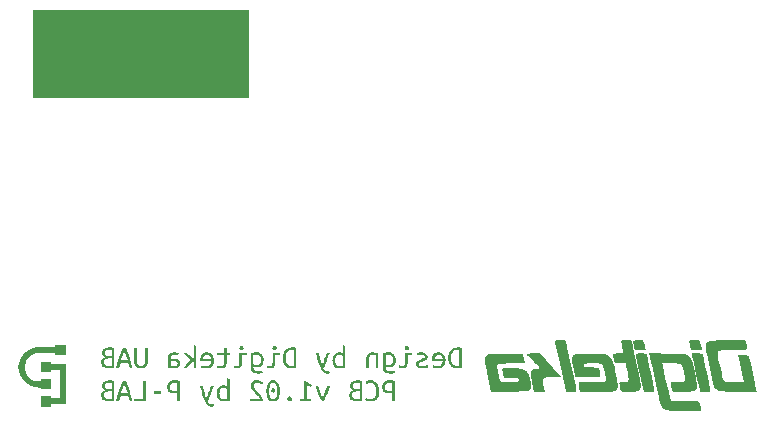
<source format=gbo>
G04 Layer: BottomSilkscreenLayer*
G04 EasyEDA v6.5.15, 2022-10-09 16:14:37*
G04 0b1594b3c9ed43a1be065a43cbb3c8b9,5f1b69652c614dc78b77d9171f06c583,10*
G04 Gerber Generator version 0.2*
G04 Scale: 100 percent, Rotated: No, Reflected: No *
G04 Dimensions in millimeters *
G04 leading zeros omitted , absolute positions ,4 integer and 5 decimal *
%FSLAX45Y45*%
%MOMM*%

%ADD10C,0.0001*%

%LPD*%
G36*
X1913839Y2408783D02*
G01*
X1913839Y2385720D01*
X1754378Y2385669D01*
X1711706Y2373884D01*
X1655775Y2336698D01*
X1618894Y2281783D01*
X1605280Y2216505D01*
X1618081Y2153107D01*
X1654860Y2096058D01*
X1715465Y2056079D01*
X1792071Y2043023D01*
X1792071Y2028037D01*
X1884832Y2028037D01*
X1884832Y2120341D01*
X1792071Y2120341D01*
X1792071Y2097278D01*
X1779016Y2097278D01*
X1772208Y2097786D01*
X1763369Y2099106D01*
X1753616Y2101037D01*
X1744065Y2103374D01*
X1722170Y2109419D01*
X1697482Y2131212D01*
X1688896Y2139950D01*
X1681175Y2149094D01*
X1677873Y2153412D01*
X1675130Y2157425D01*
X1673047Y2160981D01*
X1669592Y2168906D01*
X1666189Y2178761D01*
X1663293Y2189327D01*
X1661210Y2199284D01*
X1657604Y2221788D01*
X1670812Y2270506D01*
X1706880Y2311400D01*
X1751025Y2333802D01*
X1913839Y2333802D01*
X1913839Y2316480D01*
X2006600Y2316480D01*
X2006600Y2408783D01*
G37*
G36*
X1792071Y2264562D02*
G01*
X1792071Y2172258D01*
X1884832Y2172258D01*
X1884832Y2195322D01*
X1960219Y2195322D01*
X1960219Y1953056D01*
X1884832Y1953056D01*
X1884832Y1976120D01*
X1792071Y1976120D01*
X1792071Y1883816D01*
X1884832Y1883816D01*
X1884832Y1901088D01*
X2006600Y1901088D01*
X2006600Y2247239D01*
X1884832Y2247239D01*
X1884832Y2264562D01*
G37*
G36*
X7321803Y2446274D02*
G01*
X7305497Y2445816D01*
X7298690Y2445308D01*
X7293305Y2444597D01*
X7289698Y2443683D01*
X7288072Y2442819D01*
X7286802Y2441448D01*
X7285939Y2439517D01*
X7285380Y2436926D01*
X7285228Y2433523D01*
X7285431Y2429306D01*
X7287056Y2417775D01*
X7290308Y2401620D01*
X7298791Y2365197D01*
X7354214Y2363571D01*
X7370876Y2363724D01*
X7377480Y2364079D01*
X7382814Y2364638D01*
X7386777Y2365349D01*
X7389215Y2366162D01*
X7390079Y2367178D01*
X7389723Y2371598D01*
X7388809Y2377541D01*
X7385608Y2392426D01*
X7381189Y2409088D01*
X7376363Y2424836D01*
X7374077Y2431491D01*
X7371943Y2436926D01*
X7370114Y2440736D01*
X7368641Y2442565D01*
X7365847Y2443581D01*
X7361174Y2444445D01*
X7347508Y2445664D01*
X7330592Y2446223D01*
G37*
G36*
X6187795Y2446274D02*
G01*
X6179312Y2446172D01*
X6164580Y2445308D01*
X6159144Y2444597D01*
X6155385Y2443632D01*
X6152032Y2441448D01*
X6150508Y2437739D01*
X6150711Y2431694D01*
X6159855Y2389174D01*
X6181191Y2287422D01*
X6239865Y2016048D01*
X6241288Y2013407D01*
X6243624Y2011425D01*
X6247333Y2010054D01*
X6252972Y2009190D01*
X6260947Y2008733D01*
X6285738Y2008479D01*
X6304280Y2008835D01*
X6311849Y2009241D01*
X6323380Y2010562D01*
X6327140Y2011476D01*
X6329426Y2012442D01*
X6330188Y2013610D01*
X6328156Y2026107D01*
X6322720Y2053945D01*
X6291834Y2203196D01*
X6253734Y2379116D01*
X6249619Y2396744D01*
X6245555Y2412441D01*
X6241796Y2425598D01*
X6238494Y2435352D01*
X6237122Y2438806D01*
X6235903Y2441143D01*
X6234938Y2442311D01*
X6232093Y2443378D01*
X6227318Y2444242D01*
X6221069Y2445004D01*
X6205321Y2446020D01*
G37*
G36*
X6753555Y2446172D02*
G01*
X6744462Y2446070D01*
X6727850Y2445207D01*
X6721144Y2444496D01*
X6716064Y2443581D01*
X6713016Y2442464D01*
X6711492Y2441092D01*
X6710476Y2439009D01*
X6709918Y2436164D01*
X6709867Y2432304D01*
X6710273Y2427325D01*
X6711188Y2421128D01*
X6717741Y2389632D01*
X6723227Y2361539D01*
X6727698Y2333244D01*
X6673392Y2333193D01*
X6657238Y2332786D01*
X6644995Y2332024D01*
X6640830Y2331567D01*
X6638188Y2331059D01*
X6637274Y2330500D01*
X6637629Y2326386D01*
X6638594Y2320594D01*
X6641947Y2305507D01*
X6646468Y2288235D01*
X6651396Y2271776D01*
X6655816Y2259177D01*
X6657594Y2255215D01*
X6658965Y2253335D01*
X6660896Y2252624D01*
X6669024Y2251303D01*
X6681520Y2250338D01*
X6696913Y2249728D01*
X6745833Y2249576D01*
X6753098Y2219604D01*
X6757974Y2198370D01*
X6762089Y2179370D01*
X6765442Y2162606D01*
X6767982Y2147925D01*
X6769760Y2135225D01*
X6770776Y2124456D01*
X6771081Y2115464D01*
X6770573Y2108250D01*
X6770065Y2105253D01*
X6769353Y2102612D01*
X6768490Y2100427D01*
X6767423Y2098548D01*
X6766153Y2097074D01*
X6764731Y2095906D01*
X6763156Y2095093D01*
X6757822Y2093975D01*
X6749084Y2093010D01*
X6738213Y2092350D01*
X6714845Y2091791D01*
X6704990Y2090826D01*
X6697929Y2089454D01*
X6694576Y2087778D01*
X6693916Y2083816D01*
X6694170Y2076246D01*
X6695236Y2066137D01*
X6700367Y2035454D01*
X6702298Y2026157D01*
X6703415Y2022449D01*
X6704634Y2019300D01*
X6706158Y2016658D01*
X6707936Y2014474D01*
X6710121Y2012696D01*
X6712712Y2011273D01*
X6715759Y2010206D01*
X6719417Y2009444D01*
X6723684Y2008936D01*
X6734403Y2008428D01*
X6782155Y2008581D01*
X6796582Y2008987D01*
X6809587Y2009749D01*
X6821271Y2010918D01*
X6831634Y2012543D01*
X6840728Y2014728D01*
X6848652Y2017522D01*
X6852158Y2019147D01*
X6855358Y2020925D01*
X6858304Y2022906D01*
X6860997Y2025091D01*
X6865569Y2030018D01*
X6867448Y2032812D01*
X6869074Y2035810D01*
X6870496Y2039061D01*
X6872579Y2046224D01*
X6873290Y2050186D01*
X6874002Y2058924D01*
X6873951Y2068728D01*
X6873036Y2079701D01*
X6871462Y2091893D01*
X6869125Y2105355D01*
X6866178Y2120188D01*
X6849618Y2196439D01*
X6826453Y2306574D01*
X6809689Y2387346D01*
X6805117Y2407716D01*
X6800596Y2424887D01*
X6798513Y2431745D01*
X6796582Y2437180D01*
X6794957Y2440838D01*
X6793687Y2442616D01*
X6790740Y2443734D01*
X6785762Y2444648D01*
X6779158Y2445308D01*
X6771284Y2445816D01*
G37*
G36*
X6862216Y2445664D02*
G01*
X6847230Y2445258D01*
X6832752Y2444191D01*
X6820458Y2442667D01*
X6815683Y2441702D01*
X6812025Y2440686D01*
X6809790Y2439619D01*
X6809181Y2438400D01*
X6817207Y2390597D01*
X6819442Y2379980D01*
X6821424Y2371902D01*
X6822998Y2367635D01*
X6824675Y2366568D01*
X6828078Y2365603D01*
X6832904Y2364790D01*
X6845960Y2363571D01*
X6861860Y2362962D01*
X6878624Y2362911D01*
X6894169Y2363419D01*
X6906514Y2364587D01*
X6910831Y2365349D01*
X6913625Y2366264D01*
X6914591Y2367381D01*
X6914286Y2371750D01*
X6913372Y2377643D01*
X6910171Y2392476D01*
X6905752Y2409139D01*
X6900925Y2424887D01*
X6896455Y2436977D01*
X6894626Y2440787D01*
X6893204Y2442667D01*
X6890715Y2443734D01*
X6886854Y2444496D01*
X6881875Y2445105D01*
X6869328Y2445664D01*
G37*
G36*
X7680096Y2444800D02*
G01*
X7593533Y2444292D01*
X7543342Y2443581D01*
X7522464Y2443073D01*
X7504226Y2442362D01*
X7488377Y2441448D01*
X7474813Y2440228D01*
X7463332Y2438654D01*
X7453731Y2436672D01*
X7449566Y2435555D01*
X7442504Y2432913D01*
X7439558Y2431389D01*
X7436967Y2429764D01*
X7434630Y2427935D01*
X7432649Y2426004D01*
X7429500Y2421636D01*
X7427315Y2416556D01*
X7425944Y2410764D01*
X7425131Y2404211D01*
X7424826Y2396794D01*
X7424724Y2386025D01*
X7425232Y2375662D01*
X7426655Y2363063D01*
X7429246Y2346756D01*
X7433309Y2325065D01*
X7439152Y2296414D01*
X7467295Y2164740D01*
X7477353Y2116277D01*
X7482636Y2092756D01*
X7485278Y2082444D01*
X7488072Y2072944D01*
X7491069Y2064359D01*
X7494320Y2056536D01*
X7497978Y2049475D01*
X7502042Y2043175D01*
X7506614Y2037537D01*
X7511796Y2032507D01*
X7517638Y2028139D01*
X7524191Y2024329D01*
X7531608Y2021027D01*
X7539939Y2018233D01*
X7549184Y2015896D01*
X7559548Y2013966D01*
X7571028Y2012391D01*
X7583678Y2011121D01*
X7597648Y2010206D01*
X7612989Y2009495D01*
X7648092Y2008733D01*
X7689545Y2008479D01*
X7759649Y2008632D01*
X7819948Y2009495D01*
X7840421Y2010105D01*
X7852664Y2010867D01*
X7855610Y2011476D01*
X7853425Y2023160D01*
X7830515Y2127097D01*
X7804150Y2250846D01*
X7797698Y2280310D01*
X7792262Y2302713D01*
X7790230Y2309774D01*
X7788960Y2313178D01*
X7787487Y2314143D01*
X7784439Y2315006D01*
X7780070Y2315819D01*
X7768183Y2317140D01*
X7753502Y2318105D01*
X7737906Y2318613D01*
X7723124Y2318562D01*
X7710881Y2318004D01*
X7706258Y2317496D01*
X7702956Y2316784D01*
X7701178Y2315972D01*
X7700873Y2314549D01*
X7700924Y2311603D01*
X7702143Y2301544D01*
X7704581Y2287320D01*
X7739227Y2124151D01*
X7745069Y2098903D01*
X7744917Y2097328D01*
X7744002Y2096058D01*
X7742174Y2094992D01*
X7739125Y2094128D01*
X7734706Y2093468D01*
X7728762Y2092960D01*
X7711236Y2092350D01*
X7685024Y2092147D01*
X7645908Y2092198D01*
X7627874Y2092452D01*
X7613599Y2092909D01*
X7602524Y2093620D01*
X7594244Y2094585D01*
X7588250Y2095957D01*
X7585913Y2096770D01*
X7582458Y2098700D01*
X7581138Y2099818D01*
X7579512Y2101646D01*
X7576312Y2106777D01*
X7573009Y2114092D01*
X7569555Y2123694D01*
X7565898Y2135784D01*
X7562037Y2150567D01*
X7557871Y2168194D01*
X7542936Y2237892D01*
X7531404Y2289149D01*
X7528204Y2307386D01*
X7526274Y2323439D01*
X7525766Y2330450D01*
X7525613Y2336698D01*
X7525766Y2342184D01*
X7526274Y2346706D01*
X7527137Y2350312D01*
X7528356Y2352903D01*
X7529118Y2353818D01*
X7531608Y2355392D01*
X7535722Y2356764D01*
X7541869Y2357932D01*
X7550353Y2358898D01*
X7561630Y2359761D01*
X7593787Y2361234D01*
X7693609Y2363622D01*
X7731607Y2364892D01*
X7757261Y2366365D01*
X7765897Y2367280D01*
X7772044Y2368245D01*
X7775854Y2369312D01*
X7776972Y2369921D01*
X7777530Y2370531D01*
X7777632Y2371191D01*
X7770368Y2409190D01*
X7767269Y2423007D01*
X7765592Y2428646D01*
X7763865Y2433472D01*
X7762087Y2437384D01*
X7760309Y2440381D01*
X7758480Y2442413D01*
X7756702Y2443480D01*
X7749590Y2444038D01*
X7733538Y2444445D01*
G37*
G36*
X7304786Y2333244D02*
G01*
X7310729Y2309215D01*
X7322362Y2257247D01*
X7334503Y2200910D01*
X7344968Y2150770D01*
X7372858Y2022093D01*
X7374381Y2016607D01*
X7375855Y2013712D01*
X7378192Y2011578D01*
X7381900Y2010105D01*
X7387488Y2009190D01*
X7395413Y2008733D01*
X7420305Y2008479D01*
X7440675Y2008784D01*
X7448296Y2009241D01*
X7454290Y2009902D01*
X7458811Y2010714D01*
X7461961Y2011781D01*
X7463739Y2013102D01*
X7464348Y2014626D01*
X7463586Y2021332D01*
X7461046Y2035200D01*
X7449413Y2091080D01*
X7433005Y2166874D01*
X7419594Y2230323D01*
X7408011Y2286508D01*
X7400950Y2322525D01*
X7399985Y2328926D01*
X7398969Y2329789D01*
X7396225Y2330602D01*
X7385964Y2331974D01*
X7370876Y2332888D01*
X7352385Y2333244D01*
G37*
G36*
X6947966Y2333244D02*
G01*
X6952742Y2307336D01*
X6962648Y2260955D01*
X6975297Y2203196D01*
X6983933Y2162352D01*
X7003999Y2070252D01*
X7026249Y1966315D01*
X7031888Y1941271D01*
X7034631Y1930196D01*
X7037425Y1919986D01*
X7040321Y1910689D01*
X7043318Y1902155D01*
X7046569Y1894484D01*
X7050024Y1887474D01*
X7053834Y1881225D01*
X7057999Y1875637D01*
X7062622Y1870659D01*
X7067702Y1866341D01*
X7073290Y1862531D01*
X7079488Y1859229D01*
X7086346Y1856435D01*
X7093966Y1854047D01*
X7102297Y1852117D01*
X7111441Y1850491D01*
X7121448Y1849221D01*
X7132421Y1848256D01*
X7157415Y1847037D01*
X7186777Y1846478D01*
X7221016Y1846325D01*
X7302550Y1846529D01*
X7337856Y1847088D01*
X7374432Y1848357D01*
X7381138Y1848916D01*
X7384643Y1849475D01*
X7385050Y1849780D01*
X7384796Y1854403D01*
X7383119Y1867154D01*
X7380376Y1882546D01*
X7377023Y1898294D01*
X7373569Y1911959D01*
X7371994Y1917293D01*
X7370572Y1921205D01*
X7369352Y1923440D01*
X7367422Y1924761D01*
X7363866Y1925929D01*
X7358583Y1926894D01*
X7351268Y1927707D01*
X7341819Y1928368D01*
X7315606Y1929282D01*
X7278522Y1929688D01*
X7228992Y1929892D01*
X7196785Y1930450D01*
X7169759Y1931416D01*
X7149846Y1932635D01*
X7143140Y1933346D01*
X7137806Y1934464D01*
X7133945Y1937410D01*
X7129932Y1941830D01*
X7126224Y1947214D01*
X7123379Y1952955D01*
X7120788Y1961642D01*
X7110780Y2002739D01*
X7097014Y2063089D01*
X7082790Y2127707D01*
X7071512Y2181860D01*
X7064197Y2220010D01*
X7060641Y2236063D01*
X7057186Y2249576D01*
X7140143Y2249525D01*
X7159548Y2249170D01*
X7176922Y2248509D01*
X7191603Y2247595D01*
X7207148Y2245817D01*
X7210298Y2245106D01*
X7212330Y2244344D01*
X7215276Y2242616D01*
X7217867Y2240635D01*
X7220254Y2238146D01*
X7222439Y2235047D01*
X7224522Y2231186D01*
X7226503Y2226310D01*
X7228535Y2220315D01*
X7232853Y2204212D01*
X7237933Y2181504D01*
X7242759Y2158542D01*
X7245553Y2143404D01*
X7247381Y2131060D01*
X7248245Y2121103D01*
X7248245Y2113280D01*
X7247890Y2110028D01*
X7247331Y2107184D01*
X7245400Y2101900D01*
X7244232Y2099513D01*
X7242860Y2097532D01*
X7241133Y2095957D01*
X7238796Y2094738D01*
X7235698Y2093772D01*
X7231634Y2093112D01*
X7226452Y2092604D01*
X7212025Y2092147D01*
X7190841Y2092045D01*
X7170572Y2091689D01*
X7153046Y2090826D01*
X7140092Y2089556D01*
X7135926Y2088794D01*
X7133590Y2087981D01*
X7131964Y2086508D01*
X7130846Y2084374D01*
X7130237Y2081377D01*
X7130186Y2077262D01*
X7130694Y2071928D01*
X7133386Y2056587D01*
X7143953Y2008479D01*
X7229144Y2008530D01*
X7260183Y2009139D01*
X7287463Y2010359D01*
X7298740Y2011172D01*
X7307935Y2012086D01*
X7314590Y2013102D01*
X7321346Y2014982D01*
X7325461Y2016506D01*
X7329271Y2018233D01*
X7332725Y2020214D01*
X7335875Y2022398D01*
X7338669Y2024888D01*
X7341158Y2027682D01*
X7343292Y2030780D01*
X7345172Y2034235D01*
X7346696Y2038045D01*
X7347915Y2042261D01*
X7348880Y2046884D01*
X7349490Y2051913D01*
X7349845Y2057450D01*
X7349642Y2070049D01*
X7348321Y2084730D01*
X7345883Y2101799D01*
X7342378Y2121458D01*
X7321550Y2221433D01*
X7316927Y2242464D01*
X7312609Y2258060D01*
X7310272Y2265222D01*
X7307834Y2271877D01*
X7305243Y2278176D01*
X7302550Y2284018D01*
X7299706Y2289454D01*
X7296708Y2294483D01*
X7293559Y2299157D01*
X7290257Y2303475D01*
X7286802Y2307386D01*
X7283145Y2310942D01*
X7279335Y2314143D01*
X7275322Y2317038D01*
X7271105Y2319629D01*
X7266686Y2321864D01*
X7262114Y2323795D01*
X7255306Y2326030D01*
X7250785Y2327097D01*
X7239203Y2328875D01*
X7223607Y2330297D01*
X7202982Y2331364D01*
X7176516Y2332126D01*
X7143343Y2332583D01*
G37*
G36*
X6877456Y2333244D02*
G01*
X6859219Y2333040D01*
X6844233Y2332431D01*
X6834124Y2331618D01*
X6831380Y2331110D01*
X6830415Y2330551D01*
X6832498Y2319680D01*
X6846214Y2259279D01*
X6887108Y2070404D01*
X6900722Y2008479D01*
X6955891Y2008581D01*
X6965188Y2008784D01*
X6972808Y2009241D01*
X6978853Y2009902D01*
X6983374Y2010714D01*
X6986524Y2011781D01*
X6988302Y2013102D01*
X6988911Y2014626D01*
X6988149Y2021332D01*
X6985609Y2035200D01*
X6973925Y2091080D01*
X6957568Y2166874D01*
X6944156Y2230323D01*
X6932574Y2286508D01*
X6925513Y2322525D01*
X6924497Y2328926D01*
X6923582Y2329789D01*
X6920788Y2330602D01*
X6910679Y2331974D01*
X6895744Y2332888D01*
G37*
G36*
X5963310Y2333244D02*
G01*
X5942330Y2332939D01*
X5925108Y2332126D01*
X5918504Y2331567D01*
X5913526Y2330907D01*
X5910326Y2330196D01*
X5909259Y2329484D01*
X5909767Y2328418D01*
X5913729Y2323592D01*
X5921095Y2315413D01*
X5943904Y2291638D01*
X5973572Y2261920D01*
X5987745Y2247392D01*
X5999988Y2234438D01*
X6009792Y2223516D01*
X6016599Y2215337D01*
X6019952Y2210409D01*
X6020104Y2209342D01*
X6017818Y2207768D01*
X6013450Y2206498D01*
X6007608Y2205634D01*
X5993028Y2204923D01*
X5985357Y2203907D01*
X5977940Y2202281D01*
X5971032Y2200046D01*
X5964682Y2197354D01*
X5959094Y2194153D01*
X5954369Y2190597D01*
X5950661Y2186635D01*
X5949035Y2184196D01*
X5947664Y2181301D01*
X5946546Y2177948D01*
X5945682Y2174189D01*
X5945022Y2169972D01*
X5944616Y2165299D01*
X5944514Y2154580D01*
X5945428Y2141931D01*
X5947308Y2127300D01*
X5950204Y2110587D01*
X5954014Y2091791D01*
X5971590Y2010918D01*
X6026353Y2009343D01*
X6042609Y2009393D01*
X6054902Y2010054D01*
X6059119Y2010613D01*
X6061760Y2011222D01*
X6062675Y2011984D01*
X6061913Y2017115D01*
X6056630Y2043836D01*
X6047892Y2085289D01*
X6044895Y2100630D01*
X6044082Y2106015D01*
X6043726Y2110181D01*
X6043828Y2113381D01*
X6044387Y2115870D01*
X6045352Y2117902D01*
X6046724Y2119731D01*
X6050737Y2123744D01*
X6052515Y2125218D01*
X6054750Y2126488D01*
X6057493Y2127605D01*
X6060998Y2128570D01*
X6070396Y2129993D01*
X6083960Y2130856D01*
X6102604Y2131364D01*
X6145530Y2131618D01*
X6162141Y2132025D01*
X6176467Y2132634D01*
X6187694Y2133447D01*
X6195212Y2134362D01*
X6197396Y2134870D01*
X6198362Y2135428D01*
X6198260Y2136038D01*
X6196228Y2139188D01*
X6192062Y2144572D01*
X6177788Y2161387D01*
X6156909Y2184704D01*
X6131001Y2212949D01*
X6017361Y2333244D01*
G37*
G36*
X5792419Y2332736D02*
G01*
X5686094Y2331770D01*
X5641695Y2331008D01*
X5612180Y2329891D01*
X5601817Y2329129D01*
X5593842Y2328164D01*
X5587695Y2326944D01*
X5582970Y2325522D01*
X5579211Y2323795D01*
X5575909Y2321712D01*
X5570982Y2318004D01*
X5565394Y2312670D01*
X5563057Y2309825D01*
X5561076Y2306777D01*
X5559399Y2303475D01*
X5558028Y2299919D01*
X5556961Y2296007D01*
X5556199Y2291740D01*
X5555742Y2287066D01*
X5555589Y2281885D01*
X5555742Y2276144D01*
X5556961Y2262987D01*
X5559298Y2247138D01*
X5562803Y2228240D01*
X5593283Y2085390D01*
X5600446Y2052878D01*
X5610250Y2010918D01*
X5817108Y2011019D01*
X5859576Y2011578D01*
X5876340Y2012137D01*
X5890514Y2012899D01*
X5902350Y2014016D01*
X5912002Y2015439D01*
X5919825Y2017268D01*
X5923127Y2018334D01*
X5928614Y2020874D01*
X5930849Y2022297D01*
X5932830Y2023872D01*
X5936081Y2027428D01*
X5938570Y2031593D01*
X5940552Y2036368D01*
X5942279Y2041906D01*
X5943904Y2048459D01*
X5944717Y2057196D01*
X5944565Y2067763D01*
X5943600Y2079802D01*
X5941822Y2092706D01*
X5939383Y2106168D01*
X5936335Y2119680D01*
X5932779Y2132787D01*
X5928817Y2145080D01*
X5924448Y2156053D01*
X5922162Y2160930D01*
X5919571Y2165807D01*
X5916879Y2170277D01*
X5914034Y2174443D01*
X5911037Y2178253D01*
X5907786Y2181758D01*
X5904331Y2184958D01*
X5900623Y2187905D01*
X5896610Y2190546D01*
X5892241Y2192985D01*
X5887516Y2195220D01*
X5882436Y2197201D01*
X5876848Y2199030D01*
X5864402Y2202281D01*
X5849823Y2204974D01*
X5838139Y2206548D01*
X5824626Y2207818D01*
X5809742Y2208784D01*
X5794044Y2209495D01*
X5778093Y2209952D01*
X5762396Y2210104D01*
X5747512Y2209952D01*
X5733948Y2209546D01*
X5722264Y2208834D01*
X5712917Y2207869D01*
X5706516Y2206599D01*
X5704586Y2205888D01*
X5703570Y2205075D01*
X5703062Y2203297D01*
X5702960Y2200148D01*
X5703163Y2195880D01*
X5704535Y2184603D01*
X5706973Y2170684D01*
X5716778Y2126589D01*
X5785154Y2126538D01*
X5803900Y2126284D01*
X5817260Y2125522D01*
X5822340Y2124913D01*
X5826556Y2124100D01*
X5830112Y2123084D01*
X5833059Y2121814D01*
X5835650Y2120290D01*
X5837986Y2118512D01*
X5840222Y2116378D01*
X5844997Y2111095D01*
X5847232Y2106879D01*
X5847029Y2103120D01*
X5844590Y2099157D01*
X5843168Y2097887D01*
X5841085Y2096719D01*
X5838240Y2095754D01*
X5834583Y2094890D01*
X5824321Y2093569D01*
X5809437Y2092706D01*
X5789066Y2092248D01*
X5722010Y2091842D01*
X5712307Y2092045D01*
X5704281Y2092706D01*
X5700776Y2093214D01*
X5694730Y2094788D01*
X5692140Y2095855D01*
X5689803Y2097125D01*
X5687720Y2098649D01*
X5685840Y2100478D01*
X5684113Y2102561D01*
X5681167Y2107641D01*
X5678678Y2114092D01*
X5676442Y2122068D01*
X5674258Y2131720D01*
X5662625Y2191766D01*
X5659983Y2207310D01*
X5658459Y2219401D01*
X5658053Y2224278D01*
X5658053Y2231898D01*
X5658459Y2234793D01*
X5659069Y2237079D01*
X5659882Y2238857D01*
X5661660Y2240838D01*
X5664504Y2242515D01*
X5668822Y2243937D01*
X5675122Y2245156D01*
X5683808Y2246172D01*
X5695289Y2247036D01*
X5710123Y2247798D01*
X5751271Y2249119D01*
X5830570Y2251151D01*
X5879490Y2252726D01*
X5892495Y2253488D01*
X5891733Y2258466D01*
X5885942Y2286254D01*
X5878880Y2317750D01*
X5876493Y2327351D01*
X5875528Y2328570D01*
X5873191Y2329586D01*
X5869330Y2330450D01*
X5863691Y2331212D01*
X5846419Y2332228D01*
X5819648Y2332685D01*
G37*
G36*
X6470446Y2332024D02*
G01*
X6424371Y2331669D01*
X6377482Y2330958D01*
X6360109Y2330500D01*
X6346190Y2329840D01*
X6335166Y2329027D01*
X6326581Y2328011D01*
X6320028Y2326741D01*
X6314948Y2325166D01*
X6310934Y2323287D01*
X6305854Y2319832D01*
X6302959Y2317140D01*
X6300368Y2314194D01*
X6298184Y2310892D01*
X6296304Y2307183D01*
X6294780Y2303170D01*
X6293612Y2298700D01*
X6292748Y2293823D01*
X6292240Y2288438D01*
X6292088Y2282596D01*
X6292240Y2276246D01*
X6292697Y2269337D01*
X6294628Y2253843D01*
X6297828Y2235809D01*
X6307734Y2186025D01*
X6313881Y2157628D01*
X6316014Y2149297D01*
X6317843Y2143760D01*
X6319570Y2140153D01*
X6321348Y2137664D01*
X6322364Y2136800D01*
X6326124Y2135378D01*
X6332575Y2134209D01*
X6341973Y2133244D01*
X6354521Y2132533D01*
X6370523Y2131974D01*
X6414058Y2131517D01*
X6469380Y2131618D01*
X6489903Y2131923D01*
X6505346Y2132482D01*
X6516420Y2133295D01*
X6523939Y2134463D01*
X6526530Y2135174D01*
X6528562Y2136038D01*
X6529984Y2137003D01*
X6531000Y2138019D01*
X6531609Y2139238D01*
X6532067Y2141474D01*
X6532219Y2144826D01*
X6532118Y2149195D01*
X6531051Y2160168D01*
X6529070Y2173071D01*
X6520891Y2212695D01*
X6443319Y2215692D01*
X6422491Y2216708D01*
X6408013Y2217928D01*
X6402781Y2218690D01*
X6398717Y2219553D01*
X6395669Y2220518D01*
X6393484Y2221687D01*
X6392011Y2223058D01*
X6391046Y2224633D01*
X6390538Y2226462D01*
X6389979Y2229967D01*
X6389878Y2233117D01*
X6390182Y2235911D01*
X6391046Y2238400D01*
X6392468Y2240534D01*
X6394551Y2242413D01*
X6397294Y2244039D01*
X6400800Y2245410D01*
X6405118Y2246528D01*
X6410350Y2247442D01*
X6423609Y2248712D01*
X6441135Y2249373D01*
X6480251Y2249424D01*
X6510578Y2248662D01*
X6531356Y2247392D01*
X6536435Y2246630D01*
X6539484Y2245410D01*
X6542481Y2243378D01*
X6545427Y2240483D01*
X6548272Y2236774D01*
X6551066Y2232202D01*
X6553809Y2226665D01*
X6556502Y2220264D01*
X6559194Y2212848D01*
X6561886Y2204516D01*
X6564579Y2195169D01*
X6570014Y2173325D01*
X6572351Y2162403D01*
X6574281Y2152142D01*
X6575806Y2142642D01*
X6576872Y2133854D01*
X6577482Y2125929D01*
X6577736Y2118766D01*
X6577533Y2112518D01*
X6576872Y2107133D01*
X6575806Y2102662D01*
X6574281Y2099157D01*
X6572351Y2096617D01*
X6570014Y2095093D01*
X6566255Y2094534D01*
X6547510Y2093468D01*
X6516776Y2092655D01*
X6477812Y2092198D01*
X6432854Y2092045D01*
X6393484Y2091385D01*
X6377940Y2090826D01*
X6365443Y2090064D01*
X6356045Y2089251D01*
X6350050Y2088235D01*
X6348323Y2087727D01*
X6347510Y2087168D01*
X6347053Y2085390D01*
X6346952Y2082292D01*
X6347764Y2072792D01*
X6349695Y2060041D01*
X6352641Y2045309D01*
X6360922Y2008479D01*
X6537807Y2008632D01*
X6598259Y2009495D01*
X6620560Y2010156D01*
X6635750Y2010918D01*
X6640169Y2011324D01*
X6647383Y2013000D01*
X6652818Y2015083D01*
X6657949Y2017674D01*
X6662623Y2020773D01*
X6666890Y2024329D01*
X6670649Y2028291D01*
X6673951Y2032711D01*
X6676694Y2037435D01*
X6678930Y2042464D01*
X6680504Y2047798D01*
X6681520Y2053386D01*
X6681774Y2061362D01*
X6680200Y2075332D01*
X6676796Y2096211D01*
X6672072Y2122017D01*
X6666382Y2150668D01*
X6658508Y2187498D01*
X6652107Y2215337D01*
X6646113Y2239518D01*
X6641185Y2256586D01*
X6638645Y2263394D01*
X6635902Y2269896D01*
X6632803Y2276195D01*
X6629450Y2282190D01*
X6625894Y2287930D01*
X6622034Y2293315D01*
X6617970Y2298395D01*
X6613702Y2303170D01*
X6609181Y2307539D01*
X6604508Y2311552D01*
X6599681Y2315210D01*
X6594652Y2318461D01*
X6589522Y2321255D01*
X6584238Y2323642D01*
X6576466Y2326284D01*
X6571335Y2327554D01*
X6565392Y2328621D01*
X6558584Y2329535D01*
X6550659Y2330297D01*
X6530797Y2331364D01*
X6504533Y2331923D01*
G37*
G36*
X4348988Y2403856D02*
G01*
X4348988Y2335022D01*
X4343806Y2337562D01*
X4336796Y2340102D01*
X4332732Y2341321D01*
X4328414Y2342184D01*
X4323842Y2342743D01*
X4319016Y2342896D01*
X4312564Y2342591D01*
X4306519Y2341626D01*
X4300778Y2340051D01*
X4295394Y2337816D01*
X4290517Y2335022D01*
X4285996Y2331770D01*
X4281881Y2328062D01*
X4278122Y2323846D01*
X4274667Y2319070D01*
X4271721Y2313889D01*
X4269232Y2308250D01*
X4267200Y2302256D01*
X4264355Y2289200D01*
X4263390Y2274824D01*
X4287012Y2274824D01*
X4287520Y2284476D01*
X4289044Y2293620D01*
X4290212Y2297887D01*
X4291584Y2301900D01*
X4293260Y2305507D01*
X4295140Y2308860D01*
X4297426Y2311755D01*
X4300016Y2314397D01*
X4302912Y2316734D01*
X4306062Y2318766D01*
X4309516Y2320340D01*
X4313326Y2321407D01*
X4317390Y2322118D01*
X4321810Y2322322D01*
X4325823Y2322118D01*
X4329836Y2321509D01*
X4333697Y2320442D01*
X4337558Y2319020D01*
X4341114Y2317445D01*
X4344212Y2315768D01*
X4346854Y2314041D01*
X4348988Y2312162D01*
X4348988Y2229866D01*
X4343654Y2228697D01*
X4338320Y2227834D01*
X4333138Y2227275D01*
X4328160Y2227072D01*
X4310938Y2230069D01*
X4297934Y2239010D01*
X4293158Y2245715D01*
X4289755Y2253945D01*
X4287672Y2263648D01*
X4287012Y2274824D01*
X4263390Y2274824D01*
X4264456Y2259838D01*
X4267708Y2246376D01*
X4270197Y2240381D01*
X4273194Y2234844D01*
X4276547Y2229713D01*
X4280408Y2225040D01*
X4284675Y2220874D01*
X4289348Y2217216D01*
X4294479Y2214118D01*
X4299966Y2211578D01*
X4312056Y2207971D01*
X4325366Y2206752D01*
X4339996Y2207310D01*
X4352798Y2209038D01*
X4363720Y2211273D01*
X4372102Y2213356D01*
X4372102Y2400046D01*
G37*
G36*
X3088894Y2403856D02*
G01*
X3088894Y2285492D01*
X3050641Y2318816D01*
X3043478Y2325624D01*
X3036773Y2332532D01*
X3030474Y2339594D01*
X3003296Y2339594D01*
X3009595Y2332431D01*
X3016504Y2325166D01*
X3024073Y2317851D01*
X3057347Y2288235D01*
X3065526Y2281174D01*
X3057448Y2274824D01*
X3038906Y2258212D01*
X3029458Y2248662D01*
X3020314Y2238806D01*
X3011678Y2228596D01*
X3004108Y2218842D01*
X2998216Y2209800D01*
X3025648Y2209800D01*
X3031642Y2218588D01*
X3038856Y2227580D01*
X3046984Y2236520D01*
X3055620Y2245106D01*
X3064306Y2253183D01*
X3073146Y2260600D01*
X3088894Y2272284D01*
X3088894Y2209800D01*
X3112262Y2209800D01*
X3112262Y2400046D01*
G37*
G36*
X4893564Y2397506D02*
G01*
X4889906Y2397201D01*
X4886604Y2396236D01*
X4883556Y2394661D01*
X4880864Y2392426D01*
X4878628Y2389682D01*
X4877054Y2386431D01*
X4876088Y2382824D01*
X4875784Y2378710D01*
X4876088Y2374595D01*
X4877054Y2370988D01*
X4878628Y2367737D01*
X4880864Y2364994D01*
X4883556Y2362758D01*
X4886604Y2361184D01*
X4889906Y2360218D01*
X4893564Y2359914D01*
X4897120Y2360218D01*
X4900422Y2361184D01*
X4903470Y2362758D01*
X4906264Y2364994D01*
X4908600Y2367737D01*
X4910277Y2370937D01*
X4911242Y2374595D01*
X4911598Y2378710D01*
X4911242Y2382824D01*
X4910277Y2386431D01*
X4908600Y2389682D01*
X4906264Y2392426D01*
X4903470Y2394661D01*
X4900422Y2396236D01*
X4897120Y2397201D01*
G37*
G36*
X3773678Y2397506D02*
G01*
X3770020Y2397201D01*
X3766616Y2396236D01*
X3763518Y2394661D01*
X3760724Y2392426D01*
X3758488Y2389682D01*
X3756914Y2386431D01*
X3755948Y2382824D01*
X3755644Y2378710D01*
X3755948Y2374595D01*
X3756914Y2370988D01*
X3758488Y2367737D01*
X3760724Y2364994D01*
X3763518Y2362758D01*
X3766616Y2361184D01*
X3770020Y2360218D01*
X3773678Y2359914D01*
X3777132Y2360218D01*
X3780332Y2361184D01*
X3783329Y2362758D01*
X3786124Y2364994D01*
X3788460Y2367737D01*
X3790137Y2370937D01*
X3791102Y2374595D01*
X3791458Y2378710D01*
X3791102Y2382824D01*
X3790137Y2386431D01*
X3788460Y2389682D01*
X3786124Y2392426D01*
X3783329Y2394661D01*
X3780332Y2396236D01*
X3777132Y2397201D01*
G37*
G36*
X3493515Y2397506D02*
G01*
X3489858Y2397201D01*
X3486556Y2396236D01*
X3483508Y2394661D01*
X3480815Y2392426D01*
X3478580Y2389682D01*
X3477006Y2386431D01*
X3476040Y2382824D01*
X3475736Y2378710D01*
X3476040Y2374595D01*
X3477006Y2370988D01*
X3478580Y2367737D01*
X3480815Y2364994D01*
X3483508Y2362758D01*
X3486556Y2361184D01*
X3489858Y2360218D01*
X3493515Y2359914D01*
X3497072Y2360218D01*
X3500374Y2361184D01*
X3503422Y2362758D01*
X3506215Y2364994D01*
X3508552Y2367737D01*
X3510229Y2370937D01*
X3511194Y2374595D01*
X3511550Y2378710D01*
X3511194Y2382824D01*
X3510229Y2386431D01*
X3508552Y2389682D01*
X3506215Y2392426D01*
X3503422Y2394661D01*
X3500374Y2396236D01*
X3497072Y2397201D01*
G37*
G36*
X5322062Y2384806D02*
G01*
X5305856Y2383586D01*
X5290820Y2379980D01*
X5277358Y2373782D01*
X5265928Y2364740D01*
X5256479Y2352548D01*
X5249418Y2337308D01*
X5246776Y2328367D01*
X5244846Y2318613D01*
X5243728Y2308047D01*
X5243322Y2296668D01*
X5266944Y2296668D01*
X5267807Y2313127D01*
X5270296Y2327300D01*
X5274513Y2339035D01*
X5280406Y2348484D01*
X5287975Y2355697D01*
X5297170Y2360879D01*
X5308041Y2363978D01*
X5322316Y2364994D01*
X5331002Y2364536D01*
X5334000Y2363978D01*
X5334000Y2229104D01*
X5327040Y2228545D01*
X5319776Y2228342D01*
X5313629Y2228596D01*
X5307838Y2229307D01*
X5302453Y2230475D01*
X5297424Y2232152D01*
X5292699Y2234336D01*
X5288330Y2237028D01*
X5284419Y2240280D01*
X5280914Y2244090D01*
X5277713Y2248560D01*
X5274868Y2253589D01*
X5272481Y2259228D01*
X5270500Y2265426D01*
X5267858Y2279700D01*
X5266944Y2296668D01*
X5243322Y2296668D01*
X5243728Y2285085D01*
X5244846Y2274366D01*
X5246776Y2264613D01*
X5249418Y2255774D01*
X5256479Y2240534D01*
X5265928Y2228342D01*
X5277358Y2219350D01*
X5290820Y2213102D01*
X5305856Y2209495D01*
X5322062Y2208276D01*
X5339384Y2209342D01*
X5356860Y2212594D01*
X5356860Y2380488D01*
X5339384Y2383739D01*
G37*
G36*
X3922014Y2384806D02*
G01*
X3905808Y2383586D01*
X3890772Y2379980D01*
X3877310Y2373782D01*
X3865879Y2364740D01*
X3856532Y2352548D01*
X3849370Y2337308D01*
X3846728Y2328367D01*
X3844798Y2318613D01*
X3843680Y2308047D01*
X3843274Y2296668D01*
X3866896Y2296668D01*
X3867759Y2313127D01*
X3870248Y2327300D01*
X3874465Y2339035D01*
X3880358Y2348484D01*
X3888028Y2355697D01*
X3897274Y2360879D01*
X3908094Y2363978D01*
X3920490Y2364994D01*
X3930954Y2364536D01*
X3933951Y2363978D01*
X3933951Y2229104D01*
X3926992Y2228545D01*
X3919728Y2228342D01*
X3913581Y2228596D01*
X3907790Y2229307D01*
X3902405Y2230475D01*
X3897376Y2232152D01*
X3892651Y2234336D01*
X3888282Y2237028D01*
X3884371Y2240280D01*
X3880865Y2244090D01*
X3877665Y2248560D01*
X3874820Y2253589D01*
X3872433Y2259228D01*
X3870451Y2265426D01*
X3867810Y2279700D01*
X3866896Y2296668D01*
X3843274Y2296668D01*
X3843680Y2285085D01*
X3844798Y2274366D01*
X3846728Y2264613D01*
X3849370Y2255774D01*
X3856532Y2240534D01*
X3865879Y2228342D01*
X3877310Y2219350D01*
X3890772Y2213102D01*
X3905808Y2209495D01*
X3922014Y2208276D01*
X3939438Y2209342D01*
X3957065Y2212594D01*
X3957065Y2380488D01*
X3939438Y2383739D01*
G37*
G36*
X2374900Y2384806D02*
G01*
X2368651Y2384653D01*
X2362606Y2384247D01*
X2356713Y2383536D01*
X2351024Y2382520D01*
X2345537Y2381199D01*
X2340406Y2379472D01*
X2335733Y2377389D01*
X2331466Y2374900D01*
X2327503Y2372004D01*
X2324049Y2368753D01*
X2321052Y2365044D01*
X2318512Y2360930D01*
X2316530Y2356358D01*
X2315108Y2351227D01*
X2314244Y2345537D01*
X2313940Y2339340D01*
X2314030Y2337562D01*
X2336800Y2337562D01*
X2337003Y2341118D01*
X2337612Y2344420D01*
X2338679Y2347468D01*
X2340102Y2350262D01*
X2341778Y2352802D01*
X2343658Y2355138D01*
X2345842Y2357272D01*
X2348230Y2359152D01*
X2350770Y2360676D01*
X2353513Y2361946D01*
X2356459Y2362962D01*
X2363012Y2364384D01*
X2369972Y2365146D01*
X2377084Y2365248D01*
X2388819Y2364943D01*
X2393950Y2364486D01*
X2393950Y2309876D01*
X2372360Y2309977D01*
X2365400Y2310587D01*
X2361946Y2311146D01*
X2355240Y2313076D01*
X2352141Y2314295D01*
X2349246Y2315718D01*
X2346604Y2317394D01*
X2344216Y2319324D01*
X2342134Y2321560D01*
X2340356Y2324100D01*
X2338781Y2326944D01*
X2337714Y2330145D01*
X2337003Y2333650D01*
X2336800Y2337562D01*
X2314030Y2337562D01*
X2314448Y2333345D01*
X2315972Y2327656D01*
X2318207Y2322017D01*
X2319629Y2319324D01*
X2323134Y2314295D01*
X2327198Y2309825D01*
X2331770Y2306066D01*
X2336698Y2303272D01*
X2339340Y2302256D01*
X2326284Y2296617D01*
X2315464Y2287778D01*
X2308250Y2275789D01*
X2305854Y2260092D01*
X2328672Y2260092D01*
X2328875Y2264359D01*
X2329586Y2268220D01*
X2330653Y2271725D01*
X2332228Y2274824D01*
X2334158Y2277618D01*
X2336342Y2280107D01*
X2338832Y2282291D01*
X2341626Y2284222D01*
X2344572Y2285796D01*
X2347722Y2287168D01*
X2354834Y2289302D01*
X2362606Y2290470D01*
X2370582Y2290826D01*
X2393950Y2290826D01*
X2393950Y2228850D01*
X2387600Y2228088D01*
X2373376Y2227834D01*
X2364892Y2228138D01*
X2356612Y2229104D01*
X2352751Y2230018D01*
X2349144Y2231136D01*
X2345639Y2232507D01*
X2342388Y2234184D01*
X2339492Y2236266D01*
X2336850Y2238654D01*
X2334514Y2241346D01*
X2332482Y2244344D01*
X2330805Y2247595D01*
X2329637Y2251303D01*
X2328926Y2255469D01*
X2328672Y2260092D01*
X2305854Y2260092D01*
X2306828Y2248458D01*
X2309926Y2237841D01*
X2315108Y2228900D01*
X2322322Y2221484D01*
X2331821Y2215692D01*
X2343708Y2211578D01*
X2358085Y2209088D01*
X2374900Y2208276D01*
X2398776Y2209546D01*
X2407158Y2210562D01*
X2417064Y2212594D01*
X2417064Y2380488D01*
X2412492Y2381656D01*
X2407412Y2382520D01*
X2393340Y2384044D01*
X2382164Y2384653D01*
G37*
G36*
X2585466Y2383028D02*
G01*
X2585466Y2269490D01*
X2586228Y2255520D01*
X2588514Y2243074D01*
X2590393Y2237435D01*
X2592628Y2232304D01*
X2595321Y2227529D01*
X2598420Y2223262D01*
X2601976Y2219401D01*
X2606090Y2216048D01*
X2610764Y2213051D01*
X2615946Y2210562D01*
X2627833Y2207310D01*
X2642108Y2206244D01*
X2656382Y2207310D01*
X2668270Y2210562D01*
X2673350Y2213051D01*
X2677972Y2216048D01*
X2682138Y2219401D01*
X2685796Y2223262D01*
X2688894Y2227529D01*
X2691587Y2232253D01*
X2693822Y2237435D01*
X2695702Y2243074D01*
X2697988Y2255520D01*
X2698750Y2269490D01*
X2698750Y2383028D01*
X2675636Y2383028D01*
X2675636Y2272030D01*
X2675483Y2265680D01*
X2675077Y2259888D01*
X2674366Y2254656D01*
X2673350Y2249932D01*
X2672080Y2245715D01*
X2670505Y2242007D01*
X2668625Y2238756D01*
X2666492Y2235962D01*
X2664206Y2233472D01*
X2661716Y2231390D01*
X2659024Y2229662D01*
X2656078Y2228342D01*
X2652928Y2227326D01*
X2649524Y2226614D01*
X2645918Y2226208D01*
X2642108Y2226056D01*
X2638298Y2226208D01*
X2634691Y2226614D01*
X2631287Y2227326D01*
X2628138Y2228342D01*
X2625191Y2229662D01*
X2622499Y2231390D01*
X2620010Y2233472D01*
X2617724Y2235962D01*
X2615590Y2238756D01*
X2613710Y2242007D01*
X2612136Y2245715D01*
X2610866Y2249932D01*
X2609850Y2254656D01*
X2609138Y2259888D01*
X2608732Y2265680D01*
X2608580Y2272030D01*
X2608580Y2383028D01*
G37*
G36*
X2487168Y2383028D02*
G01*
X2479243Y2361895D01*
X2471674Y2339594D01*
X2464511Y2316784D01*
X2457704Y2294128D01*
X2452022Y2274316D01*
X2474722Y2274316D01*
X2481326Y2299004D01*
X2488438Y2322830D01*
X2495753Y2344521D01*
X2502408Y2362962D01*
X2509062Y2343962D01*
X2516378Y2322068D01*
X2523744Y2298547D01*
X2530602Y2274316D01*
X2452022Y2274316D01*
X2442413Y2239314D01*
X2434590Y2209800D01*
X2458974Y2209800D01*
X2469388Y2255266D01*
X2535936Y2255266D01*
X2546096Y2209800D01*
X2569464Y2209800D01*
X2564587Y2229104D01*
X2559050Y2249932D01*
X2546096Y2294128D01*
X2531872Y2339594D01*
X2524048Y2361895D01*
X2515870Y2383028D01*
G37*
G36*
X3344164Y2379980D02*
G01*
X3344164Y2339594D01*
X3289300Y2339594D01*
X3289300Y2320290D01*
X3344164Y2320290D01*
X3344062Y2255215D01*
X3343808Y2250998D01*
X3342640Y2243836D01*
X3341878Y2240940D01*
X3340862Y2238298D01*
X3339592Y2235962D01*
X3338068Y2233930D01*
X3336290Y2232202D01*
X3334308Y2230729D01*
X3332124Y2229662D01*
X3327095Y2228189D01*
X3320999Y2227427D01*
X3312668Y2227427D01*
X3308350Y2227783D01*
X3304540Y2228342D01*
X3301237Y2229104D01*
X3295294Y2231136D01*
X3289554Y2233676D01*
X3285998Y2214118D01*
X3291128Y2212086D01*
X3298444Y2209546D01*
X3303015Y2208326D01*
X3308096Y2207463D01*
X3313684Y2206904D01*
X3319779Y2206752D01*
X3326688Y2206955D01*
X3332937Y2207564D01*
X3338474Y2208631D01*
X3343401Y2210054D01*
X3347821Y2211933D01*
X3351733Y2214270D01*
X3355086Y2217013D01*
X3357879Y2220214D01*
X3360318Y2223719D01*
X3362350Y2227630D01*
X3363874Y2231999D01*
X3364992Y2236724D01*
X3365906Y2241956D01*
X3366922Y2253538D01*
X3367024Y2320290D01*
X3394456Y2320290D01*
X3394456Y2339594D01*
X3367024Y2339594D01*
X3367024Y2376170D01*
G37*
G36*
X5159502Y2342896D02*
G01*
X5147157Y2341880D01*
X5136286Y2338781D01*
X5126837Y2333599D01*
X5118862Y2326386D01*
X5112664Y2317191D01*
X5108194Y2305812D01*
X5105552Y2292299D01*
X5105259Y2287270D01*
X5128260Y2287270D01*
X5130444Y2302052D01*
X5136896Y2313432D01*
X5146954Y2320645D01*
X5159756Y2323084D01*
X5163718Y2322880D01*
X5167528Y2322322D01*
X5171084Y2321356D01*
X5174488Y2320036D01*
X5177688Y2318410D01*
X5180634Y2316480D01*
X5183378Y2314295D01*
X5185918Y2311908D01*
X5188204Y2309368D01*
X5190236Y2306624D01*
X5192014Y2303678D01*
X5194808Y2297277D01*
X5195824Y2294026D01*
X5196586Y2290673D01*
X5197094Y2287270D01*
X5105259Y2287270D01*
X5104638Y2276602D01*
X5104638Y2268474D01*
X5197602Y2268474D01*
X5193690Y2250846D01*
X5184394Y2237994D01*
X5170068Y2230018D01*
X5150866Y2227326D01*
X5144973Y2227427D01*
X5134457Y2228443D01*
X5125720Y2230374D01*
X5119268Y2232558D01*
X5116830Y2233676D01*
X5113782Y2214118D01*
X5116220Y2212949D01*
X5123738Y2210562D01*
X5128768Y2209292D01*
X5134406Y2208174D01*
X5140401Y2207361D01*
X5146700Y2206904D01*
X5153406Y2206752D01*
X5169154Y2208022D01*
X5182870Y2211832D01*
X5194706Y2218029D01*
X5204206Y2226056D01*
X5208117Y2230729D01*
X5211521Y2235809D01*
X5214366Y2241397D01*
X5216652Y2247392D01*
X5219903Y2260396D01*
X5220970Y2274570D01*
X5219649Y2290775D01*
X5215636Y2304796D01*
X5209489Y2316429D01*
X5201666Y2325878D01*
X5197094Y2329891D01*
X5192268Y2333345D01*
X5187188Y2336241D01*
X5181854Y2338578D01*
X5176367Y2340457D01*
X5170830Y2341829D01*
X5165191Y2342642D01*
G37*
G36*
X5018532Y2342896D02*
G01*
X5007660Y2342489D01*
X4996434Y2341372D01*
X4986020Y2339492D01*
X4977130Y2337308D01*
X4981194Y2316480D01*
X4987290Y2318766D01*
X4991608Y2319985D01*
X5001514Y2321966D01*
X5007102Y2322576D01*
X5018278Y2323084D01*
X5031486Y2322068D01*
X5040934Y2318969D01*
X5046624Y2313787D01*
X5048504Y2306574D01*
X5048148Y2303780D01*
X5047030Y2301189D01*
X5045202Y2298801D01*
X5042662Y2296668D01*
X5039563Y2294686D01*
X5032349Y2290978D01*
X5004511Y2280564D01*
X4995265Y2276246D01*
X4986629Y2271217D01*
X4982768Y2268372D01*
X4979365Y2265121D01*
X4976368Y2261616D01*
X4973828Y2257806D01*
X4971999Y2253538D01*
X4970881Y2248814D01*
X4970526Y2243582D01*
X4973980Y2228037D01*
X4984242Y2216404D01*
X4992116Y2212187D01*
X5001971Y2209190D01*
X5013807Y2207361D01*
X5027676Y2206752D01*
X5034280Y2206904D01*
X5040579Y2207310D01*
X5046573Y2208022D01*
X5052314Y2209038D01*
X5057851Y2210308D01*
X5063236Y2211832D01*
X5068519Y2213610D01*
X5073650Y2215642D01*
X5069078Y2236724D01*
X5064150Y2234539D01*
X5059121Y2232609D01*
X5048504Y2229358D01*
X5043068Y2228037D01*
X5037378Y2227072D01*
X5031486Y2226513D01*
X5025390Y2226310D01*
X5011623Y2227326D01*
X5001768Y2230323D01*
X4995875Y2235301D01*
X4993894Y2242312D01*
X4994249Y2245614D01*
X4995316Y2248611D01*
X4997043Y2251303D01*
X4999482Y2253742D01*
X5002580Y2255926D01*
X5006035Y2258009D01*
X5009794Y2259888D01*
X5018278Y2263292D01*
X5037480Y2269947D01*
X5042204Y2271826D01*
X5051044Y2276094D01*
X5055158Y2278634D01*
X5058918Y2281478D01*
X5062270Y2284628D01*
X5065268Y2288032D01*
X5067808Y2291740D01*
X5069636Y2295956D01*
X5070754Y2300732D01*
X5071110Y2306066D01*
X5067960Y2320493D01*
X5058410Y2332228D01*
X5051145Y2336901D01*
X5042103Y2340203D01*
X5031232Y2342235D01*
G37*
G36*
X4740656Y2342896D02*
G01*
X4725111Y2342235D01*
X4711954Y2340356D01*
X4700981Y2338070D01*
X4691888Y2335784D01*
X4691888Y2243328D01*
X4715256Y2243328D01*
X4715256Y2319274D01*
X4719218Y2320290D01*
X4724400Y2321306D01*
X4731308Y2322068D01*
X4740402Y2322322D01*
X4756302Y2319274D01*
X4767834Y2310130D01*
X4774692Y2295702D01*
X4776978Y2277364D01*
X4776825Y2271979D01*
X4776368Y2266950D01*
X4775555Y2262327D01*
X4774438Y2258060D01*
X4773015Y2254300D01*
X4771339Y2250795D01*
X4769358Y2247696D01*
X4767072Y2244852D01*
X4764684Y2242464D01*
X4762195Y2240483D01*
X4759502Y2238806D01*
X4753660Y2236368D01*
X4750562Y2235555D01*
X4747310Y2235098D01*
X4743958Y2234946D01*
X4739690Y2235098D01*
X4735576Y2235555D01*
X4731562Y2236368D01*
X4727702Y2237486D01*
X4720793Y2240229D01*
X4717846Y2241702D01*
X4715256Y2243328D01*
X4691888Y2243328D01*
X4691888Y2219960D01*
X4692853Y2205888D01*
X4695698Y2193950D01*
X4700473Y2184044D01*
X4707128Y2176272D01*
X4715814Y2170379D01*
X4726432Y2166162D01*
X4738928Y2163673D01*
X4753356Y2162810D01*
X4765294Y2163318D01*
X4776216Y2164842D01*
X4785817Y2166874D01*
X4794250Y2169414D01*
X4789932Y2189988D01*
X4782261Y2187194D01*
X4773422Y2184908D01*
X4763566Y2183384D01*
X4758334Y2182977D01*
X4752848Y2182876D01*
X4735474Y2184908D01*
X4723892Y2191004D01*
X4717440Y2201672D01*
X4715256Y2217420D01*
X4715256Y2221738D01*
X4720132Y2219604D01*
X4727194Y2217166D01*
X4731410Y2216048D01*
X4735982Y2215286D01*
X4740808Y2214778D01*
X4745990Y2214626D01*
X4751628Y2214880D01*
X4757064Y2215591D01*
X4762296Y2216759D01*
X4767326Y2218436D01*
X4772253Y2220569D01*
X4776774Y2223211D01*
X4780991Y2226310D01*
X4784852Y2229866D01*
X4788357Y2233930D01*
X4791456Y2238552D01*
X4794199Y2243734D01*
X4796536Y2249424D01*
X4799787Y2262428D01*
X4800854Y2277618D01*
X4799838Y2291283D01*
X4796790Y2303780D01*
X4794554Y2309520D01*
X4791862Y2314905D01*
X4788712Y2319832D01*
X4785106Y2324354D01*
X4781042Y2328418D01*
X4776520Y2332024D01*
X4771542Y2335174D01*
X4766056Y2337816D01*
X4754118Y2341626D01*
G37*
G36*
X3620770Y2342896D02*
G01*
X3605225Y2342235D01*
X3592068Y2340356D01*
X3581095Y2338070D01*
X3572001Y2335784D01*
X3572001Y2243328D01*
X3595115Y2243328D01*
X3595115Y2319274D01*
X3604514Y2321306D01*
X3611422Y2322068D01*
X3620515Y2322322D01*
X3636213Y2319274D01*
X3647694Y2310130D01*
X3654755Y2295702D01*
X3657092Y2277364D01*
X3656939Y2271979D01*
X3656482Y2266950D01*
X3655669Y2262327D01*
X3654551Y2258060D01*
X3653028Y2254300D01*
X3651300Y2250795D01*
X3649370Y2247696D01*
X3647186Y2244852D01*
X3644798Y2242464D01*
X3642309Y2240483D01*
X3639616Y2238806D01*
X3636772Y2237486D01*
X3633673Y2236368D01*
X3630574Y2235555D01*
X3627323Y2235098D01*
X3624072Y2234946D01*
X3619804Y2235098D01*
X3615639Y2235555D01*
X3611524Y2236368D01*
X3607562Y2237486D01*
X3600653Y2240229D01*
X3597706Y2241702D01*
X3595115Y2243328D01*
X3572001Y2243328D01*
X3572001Y2219960D01*
X3572967Y2205888D01*
X3575812Y2193950D01*
X3580587Y2184044D01*
X3587242Y2176272D01*
X3595827Y2170379D01*
X3606342Y2166162D01*
X3618839Y2163673D01*
X3633215Y2162810D01*
X3645306Y2163318D01*
X3656076Y2164842D01*
X3665677Y2166874D01*
X3674110Y2169414D01*
X3670046Y2189988D01*
X3662172Y2187194D01*
X3653282Y2184908D01*
X3643426Y2183384D01*
X3638194Y2182977D01*
X3632708Y2182876D01*
X3615486Y2184908D01*
X3604006Y2191004D01*
X3597351Y2201672D01*
X3595115Y2217420D01*
X3595115Y2221738D01*
X3600196Y2219604D01*
X3607308Y2217166D01*
X3611524Y2216048D01*
X3616096Y2215286D01*
X3620922Y2214778D01*
X3626104Y2214626D01*
X3631742Y2214880D01*
X3637178Y2215591D01*
X3642410Y2216759D01*
X3647440Y2218436D01*
X3652215Y2220569D01*
X3656736Y2223211D01*
X3660851Y2226310D01*
X3664712Y2229866D01*
X3668318Y2233930D01*
X3671519Y2238552D01*
X3674262Y2243734D01*
X3676650Y2249424D01*
X3679901Y2262428D01*
X3680968Y2277618D01*
X3679951Y2291283D01*
X3676904Y2303780D01*
X3674618Y2309520D01*
X3671874Y2314905D01*
X3668674Y2319832D01*
X3664965Y2324354D01*
X3660952Y2328418D01*
X3656482Y2332024D01*
X3651554Y2335174D01*
X3646170Y2337816D01*
X3634232Y2341626D01*
G37*
G36*
X3199638Y2342896D02*
G01*
X3187192Y2341880D01*
X3176270Y2338781D01*
X3166872Y2333599D01*
X3158998Y2326386D01*
X3152800Y2317191D01*
X3148330Y2305812D01*
X3145688Y2292299D01*
X3145395Y2287270D01*
X3168142Y2287270D01*
X3170326Y2302052D01*
X3176778Y2313432D01*
X3186988Y2320645D01*
X3199892Y2323084D01*
X3203854Y2322880D01*
X3207664Y2322322D01*
X3211220Y2321356D01*
X3214624Y2320036D01*
X3217824Y2318410D01*
X3220720Y2316480D01*
X3223412Y2314295D01*
X3228086Y2309368D01*
X3230118Y2306624D01*
X3231896Y2303678D01*
X3234690Y2297277D01*
X3235706Y2294026D01*
X3236468Y2290673D01*
X3236976Y2287270D01*
X3145395Y2287270D01*
X3144774Y2276602D01*
X3144774Y2268474D01*
X3237738Y2268474D01*
X3233623Y2250846D01*
X3224276Y2237994D01*
X3210001Y2230018D01*
X3191002Y2227326D01*
X3185007Y2227427D01*
X3174492Y2228443D01*
X3165856Y2230374D01*
X3159252Y2232558D01*
X3156712Y2233676D01*
X3153664Y2214118D01*
X3156254Y2212949D01*
X3163874Y2210562D01*
X3168904Y2209292D01*
X3174542Y2208174D01*
X3180537Y2207361D01*
X3186836Y2206904D01*
X3193542Y2206752D01*
X3209290Y2208022D01*
X3223006Y2211832D01*
X3234639Y2218029D01*
X3244088Y2226056D01*
X3248050Y2230729D01*
X3251453Y2235809D01*
X3254400Y2241397D01*
X3256788Y2247392D01*
X3259836Y2260396D01*
X3260852Y2274570D01*
X3259531Y2290775D01*
X3255517Y2304796D01*
X3249371Y2316429D01*
X3241548Y2325878D01*
X3237077Y2329891D01*
X3232353Y2333345D01*
X3227324Y2336241D01*
X3221990Y2338578D01*
X3216503Y2340457D01*
X3210966Y2341829D01*
X3205327Y2342642D01*
G37*
G36*
X2923032Y2342896D02*
G01*
X2915970Y2342642D01*
X2909519Y2341930D01*
X2903626Y2340762D01*
X2898394Y2339086D01*
X2893669Y2337155D01*
X2889453Y2334818D01*
X2885694Y2332177D01*
X2882392Y2329180D01*
X2879547Y2325725D01*
X2877210Y2321915D01*
X2875229Y2317851D01*
X2873756Y2313432D01*
X2872638Y2308656D01*
X2871876Y2303729D01*
X2871368Y2298598D01*
X2871216Y2293366D01*
X2871216Y2228342D01*
X2893822Y2228342D01*
X2893822Y2266950D01*
X2898800Y2268169D01*
X2904490Y2269236D01*
X2911043Y2269794D01*
X2917952Y2269998D01*
X2924251Y2269744D01*
X2930398Y2268982D01*
X2936290Y2267610D01*
X2941320Y2265426D01*
X2945688Y2262530D01*
X2947568Y2260752D01*
X2949194Y2258822D01*
X2950514Y2256637D01*
X2951480Y2254250D01*
X2952038Y2251557D01*
X2952242Y2248662D01*
X2951734Y2242921D01*
X2950159Y2238044D01*
X2947517Y2234133D01*
X2943860Y2231136D01*
X2939186Y2229002D01*
X2933750Y2227529D01*
X2927604Y2226614D01*
X2920746Y2226310D01*
X2905252Y2226818D01*
X2898952Y2227427D01*
X2893822Y2228342D01*
X2871216Y2228342D01*
X2871216Y2212086D01*
X2892552Y2208784D01*
X2906014Y2207260D01*
X2919984Y2206752D01*
X2930347Y2207209D01*
X2940558Y2208530D01*
X2945485Y2209596D01*
X2950159Y2211019D01*
X2954528Y2212746D01*
X2958592Y2214880D01*
X2962300Y2217521D01*
X2965653Y2220518D01*
X2968548Y2223973D01*
X2971038Y2227834D01*
X2973171Y2232152D01*
X2974644Y2237028D01*
X2975559Y2242464D01*
X2975864Y2248408D01*
X2975559Y2253792D01*
X2974644Y2258771D01*
X2973171Y2263292D01*
X2971038Y2267458D01*
X2968345Y2271115D01*
X2965348Y2274366D01*
X2961995Y2277313D01*
X2958338Y2279904D01*
X2954375Y2282037D01*
X2950159Y2283917D01*
X2945638Y2285492D01*
X2940812Y2286762D01*
X2935833Y2287676D01*
X2925826Y2288692D01*
X2920746Y2288794D01*
X2907182Y2288032D01*
X2893822Y2285746D01*
X2893923Y2294991D01*
X2894533Y2300732D01*
X2895854Y2306167D01*
X2896920Y2308656D01*
X2898292Y2311095D01*
X2899918Y2313432D01*
X2901746Y2315565D01*
X2903931Y2317496D01*
X2906420Y2319172D01*
X2909316Y2320544D01*
X2912567Y2321661D01*
X2916224Y2322474D01*
X2920339Y2322931D01*
X2924810Y2323084D01*
X2936189Y2322728D01*
X2945892Y2321560D01*
X2953766Y2319832D01*
X2959608Y2318258D01*
X2962402Y2337308D01*
X2959608Y2338324D01*
X2951734Y2340203D01*
X2940964Y2341880D01*
X2929178Y2342794D01*
G37*
G36*
X4603750Y2342642D02*
G01*
X4591558Y2341778D01*
X4580940Y2339289D01*
X4571898Y2335072D01*
X4564380Y2329180D01*
X4558588Y2321407D01*
X4554474Y2311654D01*
X4551984Y2299868D01*
X4551172Y2286000D01*
X4551172Y2209800D01*
X4574032Y2209800D01*
X4574032Y2281682D01*
X4574184Y2287727D01*
X4574590Y2293162D01*
X4575302Y2298039D01*
X4576318Y2302256D01*
X4577588Y2305964D01*
X4579061Y2309215D01*
X4580737Y2312060D01*
X4582668Y2314448D01*
X4584801Y2316429D01*
X4587138Y2318054D01*
X4589627Y2319375D01*
X4595317Y2321052D01*
X4601667Y2321966D01*
X4607864Y2322017D01*
X4613706Y2321661D01*
X4625949Y2320137D01*
X4628896Y2319528D01*
X4628896Y2209800D01*
X4652264Y2209800D01*
X4652264Y2336038D01*
X4639614Y2338781D01*
X4627118Y2340864D01*
X4615078Y2342184D01*
G37*
G36*
X4876546Y2339594D02*
G01*
X4876546Y2259838D01*
X4875225Y2243734D01*
X4871212Y2233930D01*
X4868214Y2231034D01*
X4864557Y2229002D01*
X4860188Y2227732D01*
X4855210Y2227326D01*
X4851247Y2227427D01*
X4843729Y2228443D01*
X4836972Y2230374D01*
X4831638Y2232558D01*
X4829556Y2233676D01*
X4826000Y2214118D01*
X4830826Y2211832D01*
X4834128Y2210612D01*
X4842256Y2208377D01*
X4847082Y2207514D01*
X4852060Y2206955D01*
X4857242Y2206752D01*
X4863084Y2206955D01*
X4868418Y2207564D01*
X4873244Y2208631D01*
X4877562Y2210054D01*
X4881422Y2211933D01*
X4884877Y2214270D01*
X4887874Y2217013D01*
X4890516Y2220214D01*
X4892852Y2223719D01*
X4894783Y2227630D01*
X4896256Y2231999D01*
X4897374Y2236724D01*
X4898288Y2241956D01*
X4899304Y2253538D01*
X4899406Y2320290D01*
X4936998Y2320290D01*
X4936998Y2339594D01*
G37*
G36*
X4122928Y2339594D02*
G01*
X4129227Y2315616D01*
X4135932Y2292197D01*
X4142994Y2269236D01*
X4150563Y2246985D01*
X4158437Y2225903D01*
X4166615Y2205990D01*
X4169054Y2200503D01*
X4171645Y2195423D01*
X4174286Y2190851D01*
X4179773Y2182774D01*
X4182618Y2179269D01*
X4185615Y2176068D01*
X4188714Y2173224D01*
X4192117Y2170734D01*
X4195724Y2168601D01*
X4199483Y2166772D01*
X4203446Y2165350D01*
X4207662Y2164232D01*
X4212082Y2163419D01*
X4216806Y2162962D01*
X4224477Y2162911D01*
X4230319Y2163521D01*
X4236364Y2164791D01*
X4242054Y2166620D01*
X4237736Y2185416D01*
X4234688Y2184196D01*
X4230624Y2183130D01*
X4226255Y2182571D01*
X4222242Y2182368D01*
X4215739Y2182774D01*
X4209999Y2183892D01*
X4204970Y2185822D01*
X4200652Y2188464D01*
X4196943Y2191867D01*
X4193336Y2196287D01*
X4189933Y2201672D01*
X4186682Y2208022D01*
X4196791Y2228291D01*
X4206544Y2249576D01*
X4215892Y2271776D01*
X4220362Y2283104D01*
X4228490Y2305761D01*
X4235602Y2328316D01*
X4238752Y2339594D01*
X4213352Y2339594D01*
X4207002Y2315464D01*
X4202938Y2302306D01*
X4193438Y2275027D01*
X4188206Y2261108D01*
X4182516Y2247646D01*
X4176522Y2234692D01*
X4172153Y2247493D01*
X4164279Y2272792D01*
X4157472Y2298395D01*
X4147058Y2339594D01*
G37*
G36*
X3756406Y2339594D02*
G01*
X3756406Y2259838D01*
X3755085Y2243734D01*
X3751072Y2233930D01*
X3748074Y2231034D01*
X3744468Y2229002D01*
X3740200Y2227732D01*
X3735324Y2227326D01*
X3731361Y2227427D01*
X3723843Y2228443D01*
X3717086Y2230374D01*
X3711600Y2232558D01*
X3709415Y2233676D01*
X3706114Y2214118D01*
X3710940Y2211832D01*
X3714242Y2210612D01*
X3722319Y2208377D01*
X3726942Y2207514D01*
X3731920Y2206955D01*
X3737101Y2206752D01*
X3743045Y2206955D01*
X3748481Y2207564D01*
X3753358Y2208631D01*
X3757676Y2210054D01*
X3761536Y2211933D01*
X3764991Y2214270D01*
X3767988Y2217013D01*
X3770629Y2220214D01*
X3772865Y2223719D01*
X3774744Y2227630D01*
X3776319Y2231999D01*
X3777487Y2236724D01*
X3778402Y2241956D01*
X3779418Y2253538D01*
X3779520Y2320290D01*
X3816858Y2320290D01*
X3816858Y2339594D01*
G37*
G36*
X3476498Y2339594D02*
G01*
X3476498Y2259838D01*
X3475177Y2243734D01*
X3471164Y2233930D01*
X3468166Y2231034D01*
X3464509Y2229002D01*
X3460140Y2227732D01*
X3455162Y2227326D01*
X3451199Y2227427D01*
X3443681Y2228443D01*
X3436924Y2230374D01*
X3431590Y2232558D01*
X3429508Y2233676D01*
X3426206Y2214118D01*
X3430778Y2211832D01*
X3434079Y2210612D01*
X3442208Y2208377D01*
X3447034Y2207514D01*
X3452012Y2206955D01*
X3457194Y2206752D01*
X3463036Y2206955D01*
X3468370Y2207564D01*
X3473196Y2208631D01*
X3477514Y2210054D01*
X3481374Y2211933D01*
X3484879Y2214270D01*
X3487978Y2217013D01*
X3490722Y2220214D01*
X3492957Y2223719D01*
X3494836Y2227630D01*
X3496411Y2231999D01*
X3497579Y2236724D01*
X3498900Y2247595D01*
X3499256Y2253538D01*
X3499358Y2320290D01*
X3536950Y2320290D01*
X3536950Y2339594D01*
G37*
G36*
X3369056Y2124456D02*
G01*
X3369056Y2055622D01*
X3363874Y2058162D01*
X3356864Y2060702D01*
X3352698Y2061921D01*
X3348329Y2062784D01*
X3343808Y2063343D01*
X3339084Y2063496D01*
X3332632Y2063191D01*
X3326587Y2062225D01*
X3320846Y2060651D01*
X3315462Y2058416D01*
X3310483Y2055622D01*
X3305860Y2052370D01*
X3301695Y2048662D01*
X3297936Y2044446D01*
X3294583Y2039670D01*
X3291636Y2034489D01*
X3289147Y2028850D01*
X3287014Y2022856D01*
X3284169Y2009800D01*
X3283204Y1995424D01*
X3307079Y1995424D01*
X3307181Y2000300D01*
X3308197Y2009698D01*
X3310178Y2018487D01*
X3311550Y2022500D01*
X3313226Y2026107D01*
X3315208Y2029460D01*
X3317392Y2032355D01*
X3319881Y2034997D01*
X3322726Y2037334D01*
X3325876Y2039366D01*
X3329330Y2040940D01*
X3333191Y2042007D01*
X3337356Y2042718D01*
X3341878Y2042922D01*
X3345891Y2042718D01*
X3349802Y2042109D01*
X3353663Y2041042D01*
X3360978Y2038045D01*
X3366820Y2034641D01*
X3369056Y2032762D01*
X3369056Y1950466D01*
X3363722Y1949297D01*
X3358387Y1948434D01*
X3353206Y1947875D01*
X3348228Y1947672D01*
X3331006Y1950669D01*
X3318001Y1959610D01*
X3313226Y1966315D01*
X3309823Y1974545D01*
X3307740Y1984248D01*
X3307079Y1995424D01*
X3283204Y1995424D01*
X3284372Y1980438D01*
X3287776Y1966975D01*
X3290163Y1960981D01*
X3293059Y1955444D01*
X3296412Y1950313D01*
X3300222Y1945639D01*
X3304489Y1941474D01*
X3309213Y1937816D01*
X3314395Y1934718D01*
X3320034Y1932178D01*
X3332073Y1928571D01*
X3345434Y1927352D01*
X3360013Y1927910D01*
X3372865Y1929638D01*
X3383686Y1931873D01*
X3392170Y1933956D01*
X3392170Y2120646D01*
G37*
G36*
X4586986Y2107692D02*
G01*
X4581753Y2107539D01*
X4576521Y2106980D01*
X4571238Y2106117D01*
X4565904Y2104898D01*
X4560468Y2103272D01*
X4555134Y2101138D01*
X4549800Y2098548D01*
X4544568Y2095500D01*
X4551426Y2076450D01*
X4569307Y2084476D01*
X4585970Y2087118D01*
X4591659Y2086813D01*
X4596993Y2085898D01*
X4602073Y2084425D01*
X4606798Y2082292D01*
X4611116Y2079599D01*
X4615129Y2076297D01*
X4618837Y2072487D01*
X4622292Y2068068D01*
X4625289Y2063242D01*
X4627930Y2057958D01*
X4630267Y2052218D01*
X4632198Y2045970D01*
X4634890Y2032457D01*
X4635754Y2017268D01*
X4634788Y2000453D01*
X4631944Y1986025D01*
X4629861Y1979777D01*
X4627372Y1974088D01*
X4624527Y1968855D01*
X4621276Y1964182D01*
X4617821Y1960168D01*
X4613960Y1956663D01*
X4609795Y1953818D01*
X4605274Y1951482D01*
X4600498Y1949602D01*
X4595469Y1948230D01*
X4590338Y1947418D01*
X4584954Y1947164D01*
X4580839Y1947265D01*
X4572355Y1948281D01*
X4567936Y1949196D01*
X4563465Y1950516D01*
X4558842Y1952243D01*
X4554169Y1954326D01*
X4549394Y1956816D01*
X4543298Y1937766D01*
X4548225Y1935124D01*
X4553305Y1932889D01*
X4558639Y1930958D01*
X4564126Y1929384D01*
X4569815Y1928266D01*
X4575606Y1927504D01*
X4581601Y1926996D01*
X4587748Y1926843D01*
X4602581Y1928164D01*
X4616196Y1932178D01*
X4628337Y1939086D01*
X4638802Y1948688D01*
X4647234Y1961337D01*
X4653788Y1976882D01*
X4656124Y1985772D01*
X4657801Y1995474D01*
X4658766Y2005990D01*
X4659122Y2017268D01*
X4658766Y2027986D01*
X4657750Y2038045D01*
X4655972Y2047392D01*
X4653534Y2056130D01*
X4646676Y2071573D01*
X4637786Y2084324D01*
X4627270Y2094433D01*
X4614926Y2101850D01*
X4601311Y2106218D01*
G37*
G36*
X3761994Y2107692D02*
G01*
X3749090Y2106218D01*
X3737711Y2101850D01*
X3728008Y2094534D01*
X3719829Y2084324D01*
X3715258Y2075992D01*
X3711498Y2066493D01*
X3708603Y2055875D01*
X3706520Y2044141D01*
X3705250Y2031288D01*
X3704844Y2017268D01*
X3728465Y2017268D01*
X3728923Y2031136D01*
X3730244Y2044192D01*
X3731158Y2050338D01*
X3732377Y2056130D01*
X3733952Y2061514D01*
X3735832Y2066543D01*
X3737914Y2071014D01*
X3740251Y2074976D01*
X3742994Y2078482D01*
X3745992Y2081530D01*
X3749446Y2083968D01*
X3753307Y2085746D01*
X3757472Y2086762D01*
X3761994Y2087118D01*
X3766616Y2086762D01*
X3770833Y2085695D01*
X3774592Y2083968D01*
X3777996Y2081530D01*
X3781044Y2078482D01*
X3783787Y2074976D01*
X3786225Y2071014D01*
X3788410Y2066543D01*
X3790187Y2061514D01*
X3791712Y2056130D01*
X3792982Y2050338D01*
X3793998Y2044192D01*
X3795318Y2031136D01*
X3795776Y2017268D01*
X3795318Y2003348D01*
X3793998Y1990089D01*
X3792982Y1983943D01*
X3791712Y1978202D01*
X3790187Y1972919D01*
X3788410Y1967992D01*
X3786225Y1963420D01*
X3783787Y1959356D01*
X3781044Y1955800D01*
X3777996Y1952752D01*
X3774592Y1950313D01*
X3770833Y1948586D01*
X3766616Y1947519D01*
X3761994Y1947164D01*
X3757472Y1947519D01*
X3753307Y1948586D01*
X3749446Y1950313D01*
X3745992Y1952752D01*
X3742994Y1955800D01*
X3740251Y1959356D01*
X3737914Y1963420D01*
X3735832Y1967992D01*
X3733952Y1972919D01*
X3732377Y1978202D01*
X3731158Y1983943D01*
X3730244Y1990089D01*
X3728923Y2003348D01*
X3728465Y2017268D01*
X3704844Y2017268D01*
X3705250Y2003247D01*
X3706520Y1990394D01*
X3708603Y1978660D01*
X3711498Y1968042D01*
X3715258Y1958543D01*
X3719829Y1950212D01*
X3728008Y1940001D01*
X3737711Y1932686D01*
X3749090Y1928317D01*
X3761994Y1926843D01*
X3774795Y1928317D01*
X3786124Y1932686D01*
X3795928Y1940001D01*
X3804158Y1950212D01*
X3808729Y1958543D01*
X3812489Y1968042D01*
X3815384Y1978660D01*
X3817467Y1990394D01*
X3818737Y2003247D01*
X3819144Y2017268D01*
X3818737Y2031288D01*
X3817467Y2044141D01*
X3815384Y2055875D01*
X3812489Y2066493D01*
X3808729Y2075992D01*
X3804158Y2084324D01*
X3795928Y2094534D01*
X3786124Y2101850D01*
X3774795Y2106218D01*
G37*
G36*
X3627628Y2107692D02*
G01*
X3614928Y2106930D01*
X3604006Y2104593D01*
X3594862Y2100681D01*
X3587496Y2095246D01*
X3581806Y2088337D01*
X3577793Y2080056D01*
X3575354Y2070455D01*
X3574542Y2059432D01*
X3574745Y2055012D01*
X3575354Y2050694D01*
X3576421Y2046376D01*
X3577844Y2042160D01*
X3581958Y2033828D01*
X3584448Y2029714D01*
X3590137Y2021586D01*
X3596640Y2013610D01*
X3607612Y2001824D01*
X3627577Y1981301D01*
X3632911Y1975205D01*
X3637940Y1969007D01*
X3642106Y1963064D01*
X3643884Y1960118D01*
X3646373Y1954631D01*
X3646982Y1952193D01*
X3647186Y1949957D01*
X3567429Y1949957D01*
X3567429Y1930400D01*
X3672332Y1930400D01*
X3672738Y1931924D01*
X3672840Y1936242D01*
X3672586Y1941982D01*
X3671824Y1947570D01*
X3670554Y1952904D01*
X3668776Y1958086D01*
X3666693Y1963064D01*
X3664356Y1967941D01*
X3661613Y1972614D01*
X3655466Y1981555D01*
X3648608Y1990039D01*
X3644900Y1994154D01*
X3614877Y2024634D01*
X3609797Y2030577D01*
X3605529Y2036470D01*
X3602075Y2042566D01*
X3599484Y2048814D01*
X3598621Y2052015D01*
X3598062Y2055266D01*
X3597910Y2058670D01*
X3598062Y2062327D01*
X3598519Y2065731D01*
X3599332Y2068830D01*
X3601720Y2074164D01*
X3603193Y2076450D01*
X3604869Y2078482D01*
X3608933Y2081936D01*
X3611168Y2083358D01*
X3616198Y2085593D01*
X3621735Y2086762D01*
X3627628Y2087118D01*
X3631234Y2087016D01*
X3637838Y2086102D01*
X3640836Y2085339D01*
X3646576Y2083104D01*
X3651504Y2080514D01*
X3655923Y2077720D01*
X3662527Y2072589D01*
X3664712Y2070607D01*
X3676142Y2086864D01*
X3673297Y2089657D01*
X3666998Y2094839D01*
X3661664Y2098243D01*
X3655364Y2101392D01*
X3648252Y2104186D01*
X3640378Y2106422D01*
X3636264Y2107133D01*
X3631996Y2107539D01*
G37*
G36*
X4746244Y2105406D02*
G01*
X4731766Y2104440D01*
X4719320Y2101596D01*
X4713732Y2099360D01*
X4708652Y2096770D01*
X4704080Y2093772D01*
X4700016Y2090420D01*
X4696307Y2086711D01*
X4693158Y2082596D01*
X4690465Y2078177D01*
X4688332Y2073402D01*
X4686757Y2068423D01*
X4685639Y2063140D01*
X4684979Y2057501D01*
X4684833Y2050796D01*
X4708144Y2050796D01*
X4709160Y2061413D01*
X4712157Y2070150D01*
X4717237Y2076907D01*
X4724298Y2081733D01*
X4733391Y2084628D01*
X4744466Y2085593D01*
X4764481Y2085136D01*
X4768596Y2084578D01*
X4768596Y2014728D01*
X4749546Y2014728D01*
X4731308Y2016810D01*
X4718304Y2023110D01*
X4710684Y2034235D01*
X4708144Y2050796D01*
X4684833Y2050796D01*
X4685741Y2038756D01*
X4688738Y2027529D01*
X4693615Y2017928D01*
X4700524Y2009902D01*
X4709515Y2003450D01*
X4720539Y1998827D01*
X4733544Y1996084D01*
X4748530Y1995170D01*
X4768596Y1995170D01*
X4768596Y1930400D01*
X4791710Y1930400D01*
X4791710Y2101088D01*
X4786376Y2102256D01*
X4768596Y2104644D01*
X4762550Y2105050D01*
G37*
G36*
X4474972Y2105406D02*
G01*
X4468622Y2105253D01*
X4462475Y2104847D01*
X4456531Y2104136D01*
X4450842Y2103120D01*
X4445406Y2101799D01*
X4440377Y2100072D01*
X4435652Y2097989D01*
X4431284Y2095500D01*
X4427423Y2092604D01*
X4424070Y2089353D01*
X4421073Y2085644D01*
X4418584Y2081530D01*
X4416602Y2076957D01*
X4415129Y2071827D01*
X4414316Y2066137D01*
X4414072Y2058162D01*
X4436872Y2058162D01*
X4437075Y2061718D01*
X4437634Y2065020D01*
X4438599Y2068068D01*
X4439920Y2070862D01*
X4441545Y2073402D01*
X4443476Y2075738D01*
X4445609Y2077872D01*
X4448048Y2079752D01*
X4450689Y2081275D01*
X4453483Y2082546D01*
X4456531Y2083562D01*
X4463084Y2084984D01*
X4469942Y2085746D01*
X4477004Y2085848D01*
X4488891Y2085543D01*
X4494022Y2085086D01*
X4494022Y2030475D01*
X4472279Y2030577D01*
X4465320Y2031187D01*
X4461764Y2031746D01*
X4455058Y2033676D01*
X4451959Y2034895D01*
X4449064Y2036318D01*
X4446422Y2037994D01*
X4444034Y2039924D01*
X4441952Y2042160D01*
X4440174Y2044700D01*
X4438751Y2047544D01*
X4437684Y2050745D01*
X4437075Y2054250D01*
X4436872Y2058162D01*
X4414072Y2058162D01*
X4414469Y2053945D01*
X4415790Y2048256D01*
X4418177Y2042617D01*
X4421378Y2037334D01*
X4425188Y2032558D01*
X4429506Y2028443D01*
X4431842Y2026666D01*
X4436770Y2023872D01*
X4439412Y2022856D01*
X4426356Y2017217D01*
X4415536Y2008378D01*
X4408322Y1996389D01*
X4405926Y1980692D01*
X4428744Y1980692D01*
X4428947Y1984959D01*
X4429607Y1988820D01*
X4430725Y1992325D01*
X4432300Y1995424D01*
X4434179Y1998218D01*
X4436364Y2000707D01*
X4438802Y2002891D01*
X4441444Y2004822D01*
X4444441Y2006396D01*
X4451045Y2008936D01*
X4454652Y2009902D01*
X4462424Y2011070D01*
X4470400Y2011425D01*
X4494022Y2011425D01*
X4494022Y1949450D01*
X4487672Y1948688D01*
X4473194Y1948434D01*
X4464761Y1948738D01*
X4456684Y1949704D01*
X4449064Y1951736D01*
X4445609Y1953107D01*
X4442460Y1954784D01*
X4439564Y1956866D01*
X4436922Y1959254D01*
X4434586Y1961946D01*
X4432554Y1964943D01*
X4430877Y1968195D01*
X4429709Y1971903D01*
X4428998Y1976069D01*
X4428744Y1980692D01*
X4405926Y1980692D01*
X4406900Y1969058D01*
X4409998Y1958441D01*
X4415180Y1949500D01*
X4422394Y1942084D01*
X4431893Y1936292D01*
X4443780Y1932178D01*
X4458157Y1929688D01*
X4474972Y1928875D01*
X4496054Y1929892D01*
X4501642Y1930450D01*
X4509922Y1931670D01*
X4516882Y1933193D01*
X4516882Y2101088D01*
X4512411Y2102256D01*
X4501794Y2103831D01*
X4487570Y2104999D01*
G37*
G36*
X2926334Y2105406D02*
G01*
X2911805Y2104440D01*
X2899156Y2101596D01*
X2893669Y2099360D01*
X2888640Y2096770D01*
X2884017Y2093772D01*
X2879852Y2090420D01*
X2876296Y2086711D01*
X2873197Y2082596D01*
X2870555Y2078177D01*
X2868422Y2073402D01*
X2866745Y2068423D01*
X2865577Y2063140D01*
X2864866Y2057501D01*
X2864672Y2050796D01*
X2888234Y2050796D01*
X2889250Y2061413D01*
X2892247Y2070150D01*
X2897327Y2076907D01*
X2904388Y2081733D01*
X2913481Y2084628D01*
X2924556Y2085593D01*
X2944520Y2085136D01*
X2948686Y2084578D01*
X2948686Y2014728D01*
X2929636Y2014728D01*
X2911297Y2016810D01*
X2898394Y2023110D01*
X2890774Y2034235D01*
X2888234Y2050796D01*
X2864672Y2050796D01*
X2865628Y2038756D01*
X2868625Y2027529D01*
X2873603Y2017928D01*
X2880614Y2009902D01*
X2889605Y2003450D01*
X2900629Y1998827D01*
X2913634Y1996084D01*
X2928620Y1995170D01*
X2948686Y1995170D01*
X2948686Y1930400D01*
X2971546Y1930400D01*
X2971546Y2101088D01*
X2966262Y2102256D01*
X2948432Y2104644D01*
X2942590Y2105050D01*
G37*
G36*
X2374900Y2105406D02*
G01*
X2368550Y2105253D01*
X2362403Y2104847D01*
X2356459Y2104136D01*
X2350770Y2103120D01*
X2345385Y2101799D01*
X2340356Y2100072D01*
X2335733Y2097989D01*
X2331466Y2095500D01*
X2327503Y2092604D01*
X2324049Y2089353D01*
X2321052Y2085644D01*
X2318512Y2081530D01*
X2316530Y2076957D01*
X2315108Y2071827D01*
X2314244Y2066137D01*
X2314000Y2058162D01*
X2336800Y2058162D01*
X2337003Y2061718D01*
X2337562Y2065020D01*
X2338527Y2068068D01*
X2339848Y2070862D01*
X2341524Y2073402D01*
X2343404Y2075738D01*
X2345537Y2077872D01*
X2347976Y2079752D01*
X2350617Y2081275D01*
X2353462Y2082546D01*
X2356459Y2083562D01*
X2363012Y2084984D01*
X2369972Y2085746D01*
X2377084Y2085848D01*
X2388819Y2085543D01*
X2393950Y2085086D01*
X2393950Y2030475D01*
X2372207Y2030577D01*
X2365248Y2031187D01*
X2361692Y2031746D01*
X2355138Y2033676D01*
X2349246Y2036318D01*
X2346604Y2037994D01*
X2344166Y2039924D01*
X2341981Y2042160D01*
X2340102Y2044700D01*
X2338679Y2047544D01*
X2337612Y2050745D01*
X2337003Y2054250D01*
X2336800Y2058162D01*
X2314000Y2058162D01*
X2314448Y2053945D01*
X2315972Y2048256D01*
X2318207Y2042617D01*
X2319629Y2039924D01*
X2323134Y2034895D01*
X2327198Y2030425D01*
X2331770Y2026666D01*
X2336698Y2023872D01*
X2339340Y2022856D01*
X2326284Y2017217D01*
X2315464Y2008378D01*
X2308250Y1996389D01*
X2305854Y1980692D01*
X2328672Y1980692D01*
X2328875Y1984959D01*
X2329586Y1988820D01*
X2330653Y1992325D01*
X2332228Y1995424D01*
X2334158Y1998218D01*
X2336292Y2000707D01*
X2338730Y2002891D01*
X2341372Y2004822D01*
X2344420Y2006396D01*
X2347671Y2007768D01*
X2351125Y2008936D01*
X2354834Y2009902D01*
X2362555Y2011070D01*
X2370582Y2011425D01*
X2393950Y2011425D01*
X2393950Y1949450D01*
X2387600Y1948688D01*
X2373376Y1948434D01*
X2364740Y1948738D01*
X2356612Y1949704D01*
X2352751Y1950618D01*
X2349144Y1951736D01*
X2345639Y1953107D01*
X2342388Y1954784D01*
X2339492Y1956866D01*
X2336850Y1959254D01*
X2334514Y1961946D01*
X2332482Y1964943D01*
X2330805Y1968195D01*
X2329637Y1971903D01*
X2328926Y1976069D01*
X2328672Y1980692D01*
X2305854Y1980692D01*
X2306828Y1969058D01*
X2309926Y1958441D01*
X2315108Y1949500D01*
X2322322Y1942084D01*
X2331821Y1936292D01*
X2343708Y1932178D01*
X2358085Y1929688D01*
X2374900Y1928875D01*
X2398776Y1930146D01*
X2407158Y1931162D01*
X2417064Y1933193D01*
X2417064Y2101088D01*
X2412441Y2102256D01*
X2401722Y2103831D01*
X2390394Y2104847D01*
G37*
G36*
X4022090Y2103628D02*
G01*
X4022090Y1949957D01*
X3989324Y1949957D01*
X3989324Y1930400D01*
X4082542Y1930400D01*
X4082542Y1949957D01*
X4045204Y1949957D01*
X4045204Y2071624D01*
X4048556Y2068779D01*
X4052570Y2065782D01*
X4057091Y2062784D01*
X4061968Y2059939D01*
X4070096Y2055875D01*
X4075684Y2053488D01*
X4083812Y2050542D01*
X4091178Y2067814D01*
X4076954Y2074164D01*
X4063237Y2082038D01*
X4050284Y2091740D01*
X4038346Y2103628D01*
G37*
G36*
X2663698Y2103628D02*
G01*
X2663698Y1949957D01*
X2583180Y1949957D01*
X2583180Y1930400D01*
X2686558Y1930400D01*
X2686558Y2103628D01*
G37*
G36*
X2487168Y2103628D02*
G01*
X2479243Y2082495D01*
X2471674Y2060193D01*
X2464511Y2037384D01*
X2457704Y2014728D01*
X2452022Y1994916D01*
X2474722Y1994916D01*
X2481326Y2019604D01*
X2488438Y2043430D01*
X2495600Y2065121D01*
X2502408Y2083562D01*
X2509062Y2064562D01*
X2516378Y2042668D01*
X2523744Y2019147D01*
X2530602Y1994916D01*
X2452022Y1994916D01*
X2442413Y1959914D01*
X2434590Y1930400D01*
X2458974Y1930400D01*
X2469388Y1975866D01*
X2535936Y1975866D01*
X2546096Y1930400D01*
X2569464Y1930400D01*
X2564536Y1949704D01*
X2552700Y1992375D01*
X2546096Y2014728D01*
X2539034Y2037384D01*
X2531618Y2060193D01*
X2523998Y2082495D01*
X2515870Y2103628D01*
G37*
G36*
X4120387Y2060193D02*
G01*
X4125772Y2042261D01*
X4131818Y2024634D01*
X4145026Y1990343D01*
X4151884Y1974138D01*
X4158742Y1958593D01*
X4172204Y1930400D01*
X4193286Y1930400D01*
X4202125Y1948789D01*
X4211015Y1968804D01*
X4219956Y1990343D01*
X4224375Y2001621D01*
X4232605Y2024583D01*
X4240123Y2048154D01*
X4243578Y2060193D01*
X4218432Y2060193D01*
X4214876Y2047646D01*
X4210812Y2034286D01*
X4201668Y2006854D01*
X4192015Y1980438D01*
X4187190Y1968347D01*
X4182364Y1957578D01*
X4177487Y1968347D01*
X4167276Y1993392D01*
X4152392Y2034286D01*
X4148124Y2047646D01*
X4144518Y2060193D01*
G37*
G36*
X3142996Y2060193D02*
G01*
X3149193Y2036216D01*
X3155848Y2012797D01*
X3163062Y1989836D01*
X3170529Y1967585D01*
X3178403Y1946503D01*
X3186684Y1926589D01*
X3191611Y1916023D01*
X3196844Y1907286D01*
X3199688Y1903374D01*
X3205632Y1896668D01*
X3208782Y1893824D01*
X3212084Y1891334D01*
X3215589Y1889201D01*
X3219297Y1887372D01*
X3223260Y1885950D01*
X3227476Y1884832D01*
X3231946Y1884019D01*
X3236722Y1883562D01*
X3244545Y1883511D01*
X3250387Y1884121D01*
X3256381Y1885391D01*
X3260598Y1886661D01*
X3261867Y1887220D01*
X3257803Y1906016D01*
X3254756Y1904796D01*
X3250692Y1903730D01*
X3246272Y1903171D01*
X3242056Y1902968D01*
X3235604Y1903374D01*
X3229864Y1904492D01*
X3224936Y1906422D01*
X3220720Y1909064D01*
X3216960Y1912467D01*
X3213354Y1916887D01*
X3209848Y1922272D01*
X3206496Y1928622D01*
X3216757Y1948891D01*
X3226612Y1970176D01*
X3235960Y1992375D01*
X3244545Y2015032D01*
X3252114Y2037638D01*
X3258565Y2060193D01*
X3233420Y2060193D01*
X3230372Y2048560D01*
X3226816Y2036064D01*
X3222752Y2022906D01*
X3213354Y1995627D01*
X3208020Y1981707D01*
X3202432Y1968246D01*
X3196336Y1955292D01*
X3187954Y1980692D01*
X3184245Y1993392D01*
X3170631Y2045868D01*
X3167126Y2060193D01*
G37*
G36*
X3761486Y2038857D02*
G01*
X3758082Y2038502D01*
X3755085Y2037486D01*
X3752392Y2035708D01*
X3750056Y2033270D01*
X3748176Y2030374D01*
X3746804Y2027224D01*
X3745992Y2023872D01*
X3745737Y2020316D01*
X3745992Y2016760D01*
X3746804Y2013457D01*
X3748176Y2010410D01*
X3750056Y2007616D01*
X3752392Y2005279D01*
X3755085Y2003602D01*
X3758082Y2002637D01*
X3761486Y2002282D01*
X3764991Y2002637D01*
X3768090Y2003602D01*
X3770833Y2005279D01*
X3773170Y2007616D01*
X3775151Y2010410D01*
X3776573Y2013457D01*
X3777437Y2016760D01*
X3777742Y2020316D01*
X3777437Y2023872D01*
X3776573Y2027224D01*
X3775151Y2030374D01*
X3773170Y2033270D01*
X3770833Y2035708D01*
X3768090Y2037486D01*
X3764991Y2038502D01*
G37*
G36*
X2751328Y2012442D02*
G01*
X2751328Y1990598D01*
X2812796Y1990598D01*
X2812796Y2012442D01*
G37*
G36*
X3901694Y1969770D02*
G01*
X3897325Y1969363D01*
X3893413Y1968195D01*
X3889959Y1966214D01*
X3886962Y1963420D01*
X3884523Y1960118D01*
X3882796Y1956511D01*
X3881729Y1952599D01*
X3881374Y1948434D01*
X3881729Y1944268D01*
X3882745Y1940356D01*
X3884523Y1936750D01*
X3886962Y1933448D01*
X3889959Y1930654D01*
X3893413Y1928672D01*
X3897325Y1927504D01*
X3901694Y1927098D01*
X3906265Y1927504D01*
X3910329Y1928672D01*
X3913886Y1930654D01*
X3916934Y1933448D01*
X3919372Y1936750D01*
X3921150Y1940356D01*
X3922166Y1944268D01*
X3922522Y1948434D01*
X3922166Y1952599D01*
X3921150Y1956511D01*
X3919372Y1960118D01*
X3916934Y1963420D01*
X3913886Y1966214D01*
X3910329Y1968195D01*
X3906265Y1969363D01*
G37*
G36*
X1727200Y5245100D02*
G01*
X3556000Y5245100D01*
X3556000Y4495800D01*
X1727200Y4495800D01*
G37*
M02*

</source>
